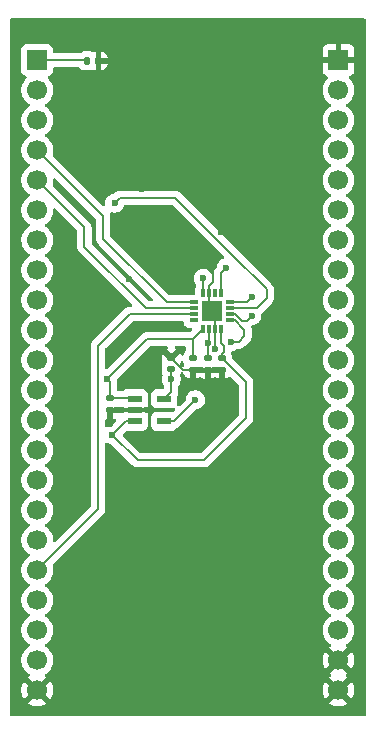
<source format=gbr>
%TF.GenerationSoftware,KiCad,Pcbnew,9.0.2*%
%TF.CreationDate,2025-07-02T00:41:40+02:00*%
%TF.ProjectId,flex_aufsatz,666c6578-5f61-4756-9673-61747a2e6b69,rev?*%
%TF.SameCoordinates,Original*%
%TF.FileFunction,Copper,L1,Top*%
%TF.FilePolarity,Positive*%
%FSLAX46Y46*%
G04 Gerber Fmt 4.6, Leading zero omitted, Abs format (unit mm)*
G04 Created by KiCad (PCBNEW 9.0.2) date 2025-07-02 00:41:40*
%MOMM*%
%LPD*%
G01*
G04 APERTURE LIST*
G04 Aperture macros list*
%AMRoundRect*
0 Rectangle with rounded corners*
0 $1 Rounding radius*
0 $2 $3 $4 $5 $6 $7 $8 $9 X,Y pos of 4 corners*
0 Add a 4 corners polygon primitive as box body*
4,1,4,$2,$3,$4,$5,$6,$7,$8,$9,$2,$3,0*
0 Add four circle primitives for the rounded corners*
1,1,$1+$1,$2,$3*
1,1,$1+$1,$4,$5*
1,1,$1+$1,$6,$7*
1,1,$1+$1,$8,$9*
0 Add four rect primitives between the rounded corners*
20,1,$1+$1,$2,$3,$4,$5,0*
20,1,$1+$1,$4,$5,$6,$7,0*
20,1,$1+$1,$6,$7,$8,$9,0*
20,1,$1+$1,$8,$9,$2,$3,0*%
G04 Aperture macros list end*
%TA.AperFunction,ComponentPad*%
%ADD10R,1.700000X1.700000*%
%TD*%
%TA.AperFunction,ComponentPad*%
%ADD11C,1.700000*%
%TD*%
%TA.AperFunction,SMDPad,CuDef*%
%ADD12R,1.250000X0.600000*%
%TD*%
%TA.AperFunction,SMDPad,CuDef*%
%ADD13RoundRect,0.140000X-0.170000X0.140000X-0.170000X-0.140000X0.170000X-0.140000X0.170000X0.140000X0*%
%TD*%
%TA.AperFunction,SMDPad,CuDef*%
%ADD14R,0.800000X0.300000*%
%TD*%
%TA.AperFunction,SMDPad,CuDef*%
%ADD15R,0.300000X0.800000*%
%TD*%
%TA.AperFunction,SMDPad,CuDef*%
%ADD16R,1.750000X1.750000*%
%TD*%
%TA.AperFunction,SMDPad,CuDef*%
%ADD17RoundRect,0.140000X0.170000X-0.140000X0.170000X0.140000X-0.170000X0.140000X-0.170000X-0.140000X0*%
%TD*%
%TA.AperFunction,SMDPad,CuDef*%
%ADD18RoundRect,0.140000X-0.140000X-0.170000X0.140000X-0.170000X0.140000X0.170000X-0.140000X0.170000X0*%
%TD*%
%TA.AperFunction,ViaPad*%
%ADD19C,0.600000*%
%TD*%
%TA.AperFunction,Conductor*%
%ADD20C,0.200000*%
%TD*%
G04 APERTURE END LIST*
D10*
%TO.P,J1,1,Pin_1*%
%TO.N,+3.3V*%
X94390000Y-97950000D03*
D11*
%TO.P,J1,2,Pin_2*%
X94390000Y-100490000D03*
%TO.P,J1,3,Pin_3*%
%TO.N,unconnected-(J1-Pin_3-Pad3)*%
X94390000Y-103030000D03*
%TO.P,J1,4,Pin_4*%
%TO.N,/WS*%
X94390000Y-105570000D03*
%TO.P,J1,5,Pin_5*%
%TO.N,/BCLK*%
X94390000Y-108110000D03*
%TO.P,J1,6,Pin_6*%
%TO.N,unconnected-(J1-Pin_6-Pad6)*%
X94390000Y-110650000D03*
%TO.P,J1,7,Pin_7*%
%TO.N,unconnected-(J1-Pin_7-Pad7)*%
X94390000Y-113190000D03*
%TO.P,J1,8,Pin_8*%
%TO.N,unconnected-(J1-Pin_8-Pad8)*%
X94390000Y-115730000D03*
%TO.P,J1,9,Pin_9*%
%TO.N,unconnected-(J1-Pin_9-Pad9)*%
X94390000Y-118270000D03*
%TO.P,J1,10,Pin_10*%
%TO.N,unconnected-(J1-Pin_10-Pad10)*%
X94390000Y-120810000D03*
%TO.P,J1,11,Pin_11*%
%TO.N,unconnected-(J1-Pin_11-Pad11)*%
X94390000Y-123350000D03*
%TO.P,J1,12,Pin_12*%
%TO.N,unconnected-(J1-Pin_12-Pad12)*%
X94390000Y-125890000D03*
%TO.P,J1,13,Pin_13*%
%TO.N,unconnected-(J1-Pin_13-Pad13)*%
X94390000Y-128430000D03*
%TO.P,J1,14,Pin_14*%
%TO.N,unconnected-(J1-Pin_14-Pad14)*%
X94390000Y-130970000D03*
%TO.P,J1,15,Pin_15*%
%TO.N,unconnected-(J1-Pin_15-Pad15)*%
X94390000Y-133510000D03*
%TO.P,J1,16,Pin_16*%
%TO.N,unconnected-(J1-Pin_16-Pad16)*%
X94390000Y-136050000D03*
%TO.P,J1,17,Pin_17*%
%TO.N,unconnected-(J1-Pin_17-Pad17)*%
X94390000Y-138590000D03*
%TO.P,J1,18,Pin_18*%
%TO.N,/TDM_DATA*%
X94390000Y-141130000D03*
%TO.P,J1,19,Pin_19*%
%TO.N,unconnected-(J1-Pin_19-Pad19)*%
X94390000Y-143670000D03*
%TO.P,J1,20,Pin_20*%
%TO.N,unconnected-(J1-Pin_20-Pad20)*%
X94390000Y-146210000D03*
%TO.P,J1,21,Pin_21*%
%TO.N,unconnected-(J1-Pin_21-Pad21)*%
X94390000Y-148750000D03*
%TO.P,J1,22,Pin_22*%
%TO.N,GND*%
X94390000Y-151290000D03*
%TD*%
D12*
%TO.P,IC1,1,VIN*%
%TO.N,+3.3V*%
X102640000Y-126610000D03*
%TO.P,IC1,2,GND*%
%TO.N,GND*%
X102640000Y-127560000D03*
%TO.P,IC1,3,EN*%
%TO.N,+3.3V*%
X102640000Y-128510000D03*
%TO.P,IC1,4,SENSE/ADJ*%
%TO.N,+1V8*%
X105140000Y-128510000D03*
%TO.P,IC1,5,VOUT*%
X105140000Y-126610000D03*
%TD*%
D13*
%TO.P,C2,1*%
%TO.N,+3.3V*%
X107565000Y-123185000D03*
%TO.P,C2,2*%
%TO.N,GND*%
X107565000Y-124145000D03*
%TD*%
%TO.P,C1,1*%
%TO.N,+3.3V*%
X110040000Y-123185000D03*
%TO.P,C1,2*%
%TO.N,GND*%
X110040000Y-124145000D03*
%TD*%
%TO.P,C6,1*%
%TO.N,GND*%
X105750000Y-123160000D03*
%TO.P,C6,2*%
%TO.N,+1V8*%
X105750000Y-124120000D03*
%TD*%
D14*
%TO.P,U1,1,PDM_CLK0*%
%TO.N,/MIC_CLK0*%
X110690000Y-119940000D03*
%TO.P,U1,2,PDM_DAT0*%
%TO.N,/MIC_DOUT_0*%
X110690000Y-119440000D03*
%TO.P,U1,3,PDM_DAT1*%
%TO.N,/MIC_DOUT_1*%
X110690000Y-118940000D03*
%TO.P,U1,4,PDM_CLK1*%
%TO.N,/MIC_CLK1*%
X110690000Y-118440000D03*
D15*
%TO.P,U1,5,PDM_DAT2*%
%TO.N,/MIC_DOUT_2*%
X109940000Y-117690000D03*
%TO.P,U1,6,PDM_DAT3*%
%TO.N,unconnected-(U1-PDM_DAT3-Pad6)*%
X109440000Y-117690000D03*
%TO.P,U1,7,SCL*%
%TO.N,GND*%
X108940000Y-117690000D03*
%TO.P,U1,8,SDA*%
%TO.N,+3.3V*%
X108440000Y-117690000D03*
D14*
%TO.P,U1,9,FSYNC*%
%TO.N,/WS*%
X107690000Y-118440000D03*
%TO.P,U1,10,BCLK*%
%TO.N,/BCLK*%
X107690000Y-118940000D03*
%TO.P,U1,11,SDATA*%
%TO.N,/TDM_DATA*%
X107690000Y-119440000D03*
%TO.P,U1,12,ADDR/CONFIG*%
%TO.N,unconnected-(U1-ADDR{slash}CONFIG-Pad12)*%
X107690000Y-119940000D03*
D15*
%TO.P,U1,13,EN*%
%TO.N,+3.3V*%
X108440000Y-120690000D03*
%TO.P,U1,14,DVDD*%
%TO.N,+1V8*%
X108940000Y-120690000D03*
%TO.P,U1,15,GND*%
%TO.N,GND*%
X109440000Y-120690000D03*
%TO.P,U1,16,IOVDD*%
%TO.N,+3.3V*%
X109940000Y-120690000D03*
D16*
%TO.P,U1,17,EPAD*%
%TO.N,GND*%
X109190000Y-119190000D03*
%TD*%
D10*
%TO.P,J2,1,Pin_1*%
%TO.N,GND*%
X119900000Y-97950000D03*
D11*
%TO.P,J2,2,Pin_2*%
%TO.N,unconnected-(J2-Pin_2-Pad2)*%
X119900000Y-100490000D03*
%TO.P,J2,3,Pin_3*%
%TO.N,unconnected-(J2-Pin_3-Pad3)*%
X119900000Y-103030000D03*
%TO.P,J2,4,Pin_4*%
%TO.N,unconnected-(J2-Pin_4-Pad4)*%
X119900000Y-105570000D03*
%TO.P,J2,5,Pin_5*%
%TO.N,unconnected-(J2-Pin_5-Pad5)*%
X119900000Y-108110000D03*
%TO.P,J2,6,Pin_6*%
%TO.N,unconnected-(J2-Pin_6-Pad6)*%
X119900000Y-110650000D03*
%TO.P,J2,7,Pin_7*%
%TO.N,unconnected-(J2-Pin_7-Pad7)*%
X119900000Y-113190000D03*
%TO.P,J2,8,Pin_8*%
%TO.N,unconnected-(J2-Pin_8-Pad8)*%
X119900000Y-115730000D03*
%TO.P,J2,9,Pin_9*%
%TO.N,unconnected-(J2-Pin_9-Pad9)*%
X119900000Y-118270000D03*
%TO.P,J2,10,Pin_10*%
%TO.N,unconnected-(J2-Pin_10-Pad10)*%
X119900000Y-120810000D03*
%TO.P,J2,11,Pin_11*%
%TO.N,unconnected-(J2-Pin_11-Pad11)*%
X119900000Y-123350000D03*
%TO.P,J2,12,Pin_12*%
%TO.N,unconnected-(J2-Pin_12-Pad12)*%
X119900000Y-125890000D03*
%TO.P,J2,13,Pin_13*%
%TO.N,unconnected-(J2-Pin_13-Pad13)*%
X119900000Y-128430000D03*
%TO.P,J2,14,Pin_14*%
%TO.N,unconnected-(J2-Pin_14-Pad14)*%
X119900000Y-130970000D03*
%TO.P,J2,15,Pin_15*%
%TO.N,unconnected-(J2-Pin_15-Pad15)*%
X119900000Y-133510000D03*
%TO.P,J2,16,Pin_16*%
%TO.N,unconnected-(J2-Pin_16-Pad16)*%
X119900000Y-136050000D03*
%TO.P,J2,17,Pin_17*%
%TO.N,unconnected-(J2-Pin_17-Pad17)*%
X119900000Y-138590000D03*
%TO.P,J2,18,Pin_18*%
%TO.N,unconnected-(J2-Pin_18-Pad18)*%
X119900000Y-141130000D03*
%TO.P,J2,19,Pin_19*%
%TO.N,unconnected-(J2-Pin_19-Pad19)*%
X119900000Y-143670000D03*
%TO.P,J2,20,Pin_20*%
%TO.N,unconnected-(J2-Pin_20-Pad20)*%
X119900000Y-146210000D03*
%TO.P,J2,21,Pin_21*%
%TO.N,GND*%
X119900000Y-148750000D03*
%TO.P,J2,22,Pin_22*%
X119900000Y-151290000D03*
%TD*%
D13*
%TO.P,C3,1*%
%TO.N,+3.3V*%
X100550000Y-126590000D03*
%TO.P,C3,2*%
%TO.N,GND*%
X100550000Y-127550000D03*
%TD*%
D17*
%TO.P,C5,1*%
%TO.N,GND*%
X108815000Y-124165000D03*
%TO.P,C5,2*%
%TO.N,+1V8*%
X108815000Y-123205000D03*
%TD*%
D18*
%TO.P,C4,1*%
%TO.N,+3.3V*%
X98620000Y-98000000D03*
%TO.P,C4,2*%
%TO.N,GND*%
X99580000Y-98000000D03*
%TD*%
D19*
%TO.N,+3.3V*%
X100330000Y-124930000D03*
X108440000Y-116400000D03*
X100750000Y-129660000D03*
%TO.N,GND*%
X103290000Y-108840000D03*
X109440000Y-122400000D03*
X102500000Y-121200000D03*
X109970000Y-112460000D03*
X105700000Y-115000000D03*
X97060000Y-106140000D03*
X111470000Y-109410000D03*
X103800000Y-124400000D03*
X102200000Y-116500000D03*
X109310000Y-114710000D03*
X100300000Y-119000000D03*
X100560000Y-128750000D03*
X109440000Y-126620000D03*
%TO.N,+1V8*%
X105750000Y-124950000D03*
X108815000Y-121880000D03*
X107790000Y-126700000D03*
%TO.N,/MIC_DOUT_1*%
X100940000Y-110065000D03*
%TO.N,/MIC_CLK0*%
X110790000Y-121790000D03*
%TO.N,/MIC_DOUT_0*%
X112540000Y-119590000D03*
%TO.N,/MIC_CLK1*%
X112540000Y-118015000D03*
%TO.N,/MIC_DOUT_2*%
X110415000Y-115515000D03*
%TD*%
D20*
%TO.N,+3.3V*%
X110040000Y-122810000D02*
X110040000Y-123185000D01*
X107565000Y-121565000D02*
X108440000Y-120690000D01*
X102640000Y-128510000D02*
X101900000Y-128510000D01*
X101900000Y-128510000D02*
X100750000Y-129660000D01*
X109940000Y-121920000D02*
X110200000Y-122180000D01*
X108500000Y-131830000D02*
X102920000Y-131830000D01*
X94390000Y-97950000D02*
X98570000Y-97950000D01*
X100550000Y-126590000D02*
X102620000Y-126590000D01*
X107565000Y-123185000D02*
X107565000Y-121565000D01*
X110200000Y-122180000D02*
X110200000Y-122650000D01*
X103695000Y-121565000D02*
X100330000Y-124930000D01*
X107565000Y-121565000D02*
X103695000Y-121565000D01*
X109940000Y-120690000D02*
X109940000Y-121920000D01*
X102620000Y-126590000D02*
X102640000Y-126610000D01*
X112070000Y-125215000D02*
X112070000Y-128260000D01*
X100330000Y-124930000D02*
X100550000Y-125150000D01*
X112070000Y-128260000D02*
X108500000Y-131830000D01*
X102920000Y-131830000D02*
X100750000Y-129660000D01*
X110040000Y-123185000D02*
X112070000Y-125215000D01*
X98570000Y-97950000D02*
X98620000Y-98000000D01*
X100550000Y-126590000D02*
X100550000Y-125150000D01*
X110200000Y-122650000D02*
X110040000Y-122810000D01*
X108440000Y-116400000D02*
X108440000Y-117690000D01*
%TO.N,GND*%
X109970000Y-112460000D02*
X111550000Y-110880000D01*
X111802500Y-102277500D02*
X111440000Y-102640000D01*
X102630000Y-127550000D02*
X102640000Y-127560000D01*
X109440000Y-126620000D02*
X107565000Y-124745000D01*
X119900000Y-97950000D02*
X116400000Y-97950000D01*
X116130000Y-97950000D02*
X113040000Y-101040000D01*
X108940000Y-117690000D02*
X108940000Y-118940000D01*
X108815000Y-124165000D02*
X108815000Y-125995000D01*
X99580000Y-98000000D02*
X116350000Y-98000000D01*
X103290000Y-108840000D02*
X103290000Y-106890000D01*
X104540000Y-105640000D02*
X107590000Y-105640000D01*
X110040000Y-124145000D02*
X110040000Y-126020000D01*
X111440000Y-109380000D02*
X111470000Y-109410000D01*
X103290000Y-106890000D02*
X104540000Y-105640000D01*
X108940000Y-118940000D02*
X109190000Y-119190000D01*
X97060000Y-105890000D02*
X98260000Y-104690000D01*
X108940000Y-117690000D02*
X108940000Y-117060000D01*
X106735000Y-124145000D02*
X105750000Y-123160000D01*
X109310000Y-116690000D02*
X109310000Y-114710000D01*
X107565000Y-124745000D02*
X107565000Y-124145000D01*
X109440000Y-122160000D02*
X109440000Y-122400000D01*
X108815000Y-125995000D02*
X109440000Y-126620000D01*
X116350000Y-98000000D02*
X116400000Y-97950000D01*
X109440000Y-120690000D02*
X109440000Y-122160000D01*
X98260000Y-104690000D02*
X101090000Y-104690000D01*
X109190000Y-116810000D02*
X109310000Y-116690000D01*
X111440000Y-102640000D02*
X111440000Y-109380000D01*
X100550000Y-127550000D02*
X102630000Y-127550000D01*
X107590000Y-105640000D02*
X109840000Y-103390000D01*
X116400000Y-97950000D02*
X116130000Y-97950000D01*
X111550000Y-110880000D02*
X111550000Y-109490000D01*
X109440000Y-120690000D02*
X109440000Y-119440000D01*
X108940000Y-117060000D02*
X109190000Y-116810000D01*
X110040000Y-126020000D02*
X109440000Y-126620000D01*
X100550000Y-127550000D02*
X100550000Y-128640000D01*
X111550000Y-109490000D02*
X111470000Y-109410000D01*
X109840000Y-103390000D02*
X110690000Y-103390000D01*
X97060000Y-106140000D02*
X97060000Y-105890000D01*
X107565000Y-124145000D02*
X106735000Y-124145000D01*
X109440000Y-119440000D02*
X109190000Y-119190000D01*
X101090000Y-104690000D02*
X103290000Y-106890000D01*
X111802500Y-102277500D02*
X113040000Y-101040000D01*
X110690000Y-103390000D02*
X111802500Y-102277500D01*
%TO.N,+1V8*%
X105750000Y-126000000D02*
X105140000Y-126610000D01*
X108815000Y-123205000D02*
X108815000Y-121880000D01*
X105140000Y-128510000D02*
X105980000Y-128510000D01*
X105980000Y-128510000D02*
X107790000Y-126700000D01*
X105750000Y-124950000D02*
X105750000Y-124120000D01*
X108940000Y-121755000D02*
X108940000Y-120690000D01*
X105140000Y-128510000D02*
X105240000Y-128510000D01*
X108815000Y-121880000D02*
X108940000Y-121755000D01*
X105750000Y-124950000D02*
X105750000Y-126000000D01*
X108815000Y-121880000D02*
X108815000Y-121825000D01*
%TO.N,/WS*%
X99990000Y-113090000D02*
X105340000Y-118440000D01*
X105340000Y-118440000D02*
X107690000Y-118440000D01*
X99990000Y-111170000D02*
X99990000Y-113090000D01*
X94390000Y-105570000D02*
X99990000Y-111170000D01*
%TO.N,/TDM_DATA*%
X99540000Y-135980000D02*
X94390000Y-141130000D01*
X107690000Y-119440000D02*
X102215000Y-119440000D01*
X102215000Y-119440000D02*
X99540000Y-122115000D01*
X99540000Y-122115000D02*
X99540000Y-135980000D01*
%TO.N,/BCLK*%
X98390000Y-112110000D02*
X94390000Y-108110000D01*
X98390000Y-113765000D02*
X98390000Y-112110000D01*
X107690000Y-118940000D02*
X103565000Y-118940000D01*
X103565000Y-118940000D02*
X98390000Y-113765000D01*
%TO.N,/MIC_DOUT_1*%
X113815000Y-118115000D02*
X113815000Y-117340000D01*
X113815000Y-117340000D02*
X110715000Y-114240000D01*
X102290000Y-109590000D02*
X101415000Y-109590000D01*
X106065000Y-109590000D02*
X102290000Y-109590000D01*
X101415000Y-109590000D02*
X100940000Y-110065000D01*
X110715000Y-114240000D02*
X106065000Y-109590000D01*
X112990000Y-118940000D02*
X113815000Y-118115000D01*
X110690000Y-118940000D02*
X112990000Y-118940000D01*
%TO.N,/MIC_CLK0*%
X111115000Y-119940000D02*
X110690000Y-119940000D01*
X111940000Y-121340000D02*
X111940000Y-120765000D01*
X111940000Y-120765000D02*
X111115000Y-119940000D01*
X111490000Y-121790000D02*
X111940000Y-121340000D01*
X110790000Y-121790000D02*
X111490000Y-121790000D01*
%TO.N,/MIC_DOUT_0*%
X112115000Y-120015000D02*
X111740000Y-120015000D01*
X111740000Y-120015000D02*
X111165000Y-119440000D01*
X111165000Y-119440000D02*
X110690000Y-119440000D01*
X112540000Y-119590000D02*
X112115000Y-120015000D01*
%TO.N,/MIC_CLK1*%
X112540000Y-118015000D02*
X112115000Y-118440000D01*
X111340000Y-118440000D02*
X110690000Y-118440000D01*
X112115000Y-118440000D02*
X111340000Y-118440000D01*
%TO.N,/MIC_DOUT_2*%
X109940000Y-115990000D02*
X109940000Y-117690000D01*
X110415000Y-115515000D02*
X109940000Y-115990000D01*
%TD*%
%TA.AperFunction,Conductor*%
%TO.N,GND*%
G36*
X95945703Y-110515384D02*
G01*
X95952181Y-110521416D01*
X97753181Y-112322416D01*
X97786666Y-112383739D01*
X97789500Y-112410097D01*
X97789500Y-113678330D01*
X97789499Y-113678348D01*
X97789499Y-113844054D01*
X97789498Y-113844054D01*
X97830423Y-113996785D01*
X97859358Y-114046900D01*
X97859359Y-114046904D01*
X97859360Y-114046904D01*
X97909479Y-114133714D01*
X97909481Y-114133717D01*
X98028349Y-114252585D01*
X98028355Y-114252590D01*
X102403584Y-118627819D01*
X102437069Y-118689142D01*
X102432085Y-118758834D01*
X102390213Y-118814767D01*
X102324749Y-118839184D01*
X102315903Y-118839500D01*
X102135942Y-118839500D01*
X101983214Y-118880423D01*
X101959521Y-118894102D01*
X101935828Y-118907782D01*
X101935827Y-118907782D01*
X101846290Y-118959475D01*
X101846282Y-118959481D01*
X99173675Y-121632088D01*
X99173666Y-121632097D01*
X99171286Y-121634478D01*
X99171284Y-121634480D01*
X99059480Y-121746284D01*
X99044604Y-121772051D01*
X99038153Y-121783222D01*
X99038152Y-121783225D01*
X99010724Y-121830732D01*
X98980423Y-121883215D01*
X98939499Y-122035943D01*
X98939499Y-122035945D01*
X98939499Y-122204046D01*
X98939500Y-122204059D01*
X98939500Y-135679902D01*
X98919815Y-135746941D01*
X98903181Y-135767583D01*
X95952181Y-138718583D01*
X95890858Y-138752068D01*
X95821166Y-138747084D01*
X95765233Y-138705212D01*
X95740816Y-138639748D01*
X95740500Y-138630902D01*
X95740500Y-138483713D01*
X95707246Y-138273760D01*
X95707246Y-138273757D01*
X95641557Y-138071588D01*
X95545051Y-137882184D01*
X95545049Y-137882181D01*
X95545048Y-137882179D01*
X95420109Y-137710213D01*
X95269786Y-137559890D01*
X95097820Y-137434951D01*
X95097115Y-137434591D01*
X95089054Y-137430485D01*
X95038259Y-137382512D01*
X95021463Y-137314692D01*
X95043999Y-137248556D01*
X95089054Y-137209515D01*
X95097816Y-137205051D01*
X95119789Y-137189086D01*
X95269786Y-137080109D01*
X95269788Y-137080106D01*
X95269792Y-137080104D01*
X95420104Y-136929792D01*
X95420106Y-136929788D01*
X95420109Y-136929786D01*
X95545048Y-136757820D01*
X95545047Y-136757820D01*
X95545051Y-136757816D01*
X95641557Y-136568412D01*
X95707246Y-136366243D01*
X95740500Y-136156287D01*
X95740500Y-135943713D01*
X95707246Y-135733757D01*
X95641557Y-135531588D01*
X95545051Y-135342184D01*
X95545049Y-135342181D01*
X95545048Y-135342179D01*
X95420109Y-135170213D01*
X95269786Y-135019890D01*
X95097820Y-134894951D01*
X95097115Y-134894591D01*
X95089054Y-134890485D01*
X95038259Y-134842512D01*
X95021463Y-134774692D01*
X95043999Y-134708556D01*
X95089054Y-134669515D01*
X95097816Y-134665051D01*
X95119789Y-134649086D01*
X95269786Y-134540109D01*
X95269788Y-134540106D01*
X95269792Y-134540104D01*
X95420104Y-134389792D01*
X95420106Y-134389788D01*
X95420109Y-134389786D01*
X95545048Y-134217820D01*
X95545047Y-134217820D01*
X95545051Y-134217816D01*
X95641557Y-134028412D01*
X95707246Y-133826243D01*
X95740500Y-133616287D01*
X95740500Y-133403713D01*
X95707246Y-133193757D01*
X95641557Y-132991588D01*
X95545051Y-132802184D01*
X95545049Y-132802181D01*
X95545048Y-132802179D01*
X95420109Y-132630213D01*
X95269786Y-132479890D01*
X95097820Y-132354951D01*
X95097115Y-132354591D01*
X95089054Y-132350485D01*
X95038259Y-132302512D01*
X95021463Y-132234692D01*
X95043999Y-132168556D01*
X95089054Y-132129515D01*
X95097816Y-132125051D01*
X95119789Y-132109086D01*
X95269786Y-132000109D01*
X95269788Y-132000106D01*
X95269792Y-132000104D01*
X95420104Y-131849792D01*
X95420106Y-131849788D01*
X95420109Y-131849786D01*
X95545048Y-131677820D01*
X95545047Y-131677820D01*
X95545051Y-131677816D01*
X95641557Y-131488412D01*
X95707246Y-131286243D01*
X95740500Y-131076287D01*
X95740500Y-130863713D01*
X95707246Y-130653757D01*
X95641557Y-130451588D01*
X95545051Y-130262184D01*
X95545049Y-130262181D01*
X95545048Y-130262179D01*
X95420109Y-130090213D01*
X95269786Y-129939890D01*
X95097820Y-129814951D01*
X95097115Y-129814591D01*
X95089054Y-129810485D01*
X95038259Y-129762512D01*
X95021463Y-129694692D01*
X95043999Y-129628556D01*
X95089054Y-129589515D01*
X95097816Y-129585051D01*
X95119789Y-129569086D01*
X95269786Y-129460109D01*
X95269788Y-129460106D01*
X95269792Y-129460104D01*
X95420104Y-129309792D01*
X95420106Y-129309788D01*
X95420109Y-129309786D01*
X95545048Y-129137820D01*
X95545047Y-129137820D01*
X95545051Y-129137816D01*
X95641557Y-128948412D01*
X95707246Y-128746243D01*
X95740500Y-128536287D01*
X95740500Y-128323713D01*
X95707246Y-128113757D01*
X95641557Y-127911588D01*
X95545051Y-127722184D01*
X95545049Y-127722181D01*
X95545048Y-127722179D01*
X95420109Y-127550213D01*
X95269786Y-127399890D01*
X95097820Y-127274951D01*
X95097115Y-127274591D01*
X95089054Y-127270485D01*
X95038259Y-127222512D01*
X95021463Y-127154692D01*
X95043999Y-127088556D01*
X95089054Y-127049515D01*
X95097816Y-127045051D01*
X95135760Y-127017483D01*
X95269786Y-126920109D01*
X95269788Y-126920106D01*
X95269792Y-126920104D01*
X95420104Y-126769792D01*
X95420106Y-126769788D01*
X95420109Y-126769786D01*
X95545048Y-126597820D01*
X95545047Y-126597820D01*
X95545051Y-126597816D01*
X95641557Y-126408412D01*
X95707246Y-126206243D01*
X95740500Y-125996287D01*
X95740500Y-125783713D01*
X95707246Y-125573757D01*
X95641557Y-125371588D01*
X95545051Y-125182184D01*
X95545049Y-125182181D01*
X95545048Y-125182179D01*
X95420109Y-125010213D01*
X95269786Y-124859890D01*
X95097820Y-124734951D01*
X95097115Y-124734591D01*
X95089054Y-124730485D01*
X95038259Y-124682512D01*
X95021463Y-124614692D01*
X95043999Y-124548556D01*
X95089054Y-124509515D01*
X95097816Y-124505051D01*
X95201193Y-124429944D01*
X95269786Y-124380109D01*
X95269788Y-124380106D01*
X95269792Y-124380104D01*
X95420104Y-124229792D01*
X95420106Y-124229788D01*
X95420109Y-124229786D01*
X95545048Y-124057820D01*
X95545047Y-124057820D01*
X95545051Y-124057816D01*
X95641557Y-123868412D01*
X95707246Y-123666243D01*
X95740500Y-123456287D01*
X95740500Y-123243713D01*
X95707246Y-123033757D01*
X95641557Y-122831588D01*
X95545051Y-122642184D01*
X95545049Y-122642181D01*
X95545048Y-122642179D01*
X95420109Y-122470213D01*
X95269786Y-122319890D01*
X95097820Y-122194951D01*
X95096065Y-122194057D01*
X95089054Y-122190485D01*
X95038259Y-122142512D01*
X95021463Y-122074692D01*
X95043999Y-122008556D01*
X95089054Y-121969515D01*
X95097816Y-121965051D01*
X95119789Y-121949086D01*
X95269786Y-121840109D01*
X95269788Y-121840106D01*
X95269792Y-121840104D01*
X95420104Y-121689792D01*
X95420106Y-121689788D01*
X95420109Y-121689786D01*
X95545048Y-121517820D01*
X95545047Y-121517820D01*
X95545051Y-121517816D01*
X95641557Y-121328412D01*
X95707246Y-121126243D01*
X95740500Y-120916287D01*
X95740500Y-120703713D01*
X95707246Y-120493757D01*
X95641557Y-120291588D01*
X95545051Y-120102184D01*
X95545049Y-120102181D01*
X95545048Y-120102179D01*
X95420109Y-119930213D01*
X95269786Y-119779890D01*
X95097820Y-119654951D01*
X95097115Y-119654591D01*
X95089054Y-119650485D01*
X95038259Y-119602512D01*
X95021463Y-119534692D01*
X95043999Y-119468556D01*
X95089054Y-119429515D01*
X95097816Y-119425051D01*
X95257943Y-119308713D01*
X95269786Y-119300109D01*
X95269788Y-119300106D01*
X95269792Y-119300104D01*
X95420104Y-119149792D01*
X95420106Y-119149788D01*
X95420109Y-119149786D01*
X95545048Y-118977820D01*
X95545047Y-118977820D01*
X95545051Y-118977816D01*
X95641557Y-118788412D01*
X95707246Y-118586243D01*
X95740500Y-118376287D01*
X95740500Y-118163713D01*
X95707246Y-117953757D01*
X95641557Y-117751588D01*
X95545051Y-117562184D01*
X95545049Y-117562181D01*
X95545048Y-117562179D01*
X95420109Y-117390213D01*
X95269786Y-117239890D01*
X95097820Y-117114951D01*
X95097115Y-117114591D01*
X95089054Y-117110485D01*
X95038259Y-117062512D01*
X95021463Y-116994692D01*
X95043999Y-116928556D01*
X95089054Y-116889515D01*
X95097816Y-116885051D01*
X95133012Y-116859480D01*
X95269786Y-116760109D01*
X95269788Y-116760106D01*
X95269792Y-116760104D01*
X95420104Y-116609792D01*
X95420106Y-116609788D01*
X95420109Y-116609786D01*
X95545048Y-116437820D01*
X95545047Y-116437820D01*
X95545051Y-116437816D01*
X95641557Y-116248412D01*
X95707246Y-116046243D01*
X95740500Y-115836287D01*
X95740500Y-115623713D01*
X95707246Y-115413757D01*
X95641557Y-115211588D01*
X95545051Y-115022184D01*
X95545049Y-115022181D01*
X95545048Y-115022179D01*
X95420109Y-114850213D01*
X95269786Y-114699890D01*
X95097820Y-114574951D01*
X95097115Y-114574591D01*
X95089054Y-114570485D01*
X95038259Y-114522512D01*
X95021463Y-114454692D01*
X95043999Y-114388556D01*
X95089054Y-114349515D01*
X95097816Y-114345051D01*
X95225079Y-114252590D01*
X95269786Y-114220109D01*
X95269788Y-114220106D01*
X95269792Y-114220104D01*
X95420104Y-114069792D01*
X95420106Y-114069788D01*
X95420109Y-114069786D01*
X95545048Y-113897820D01*
X95545047Y-113897820D01*
X95545051Y-113897816D01*
X95641557Y-113708412D01*
X95707246Y-113506243D01*
X95740500Y-113296287D01*
X95740500Y-113083713D01*
X95707246Y-112873757D01*
X95641557Y-112671588D01*
X95545051Y-112482184D01*
X95545049Y-112482181D01*
X95545048Y-112482179D01*
X95420109Y-112310213D01*
X95269786Y-112159890D01*
X95097820Y-112034951D01*
X95097115Y-112034591D01*
X95089054Y-112030485D01*
X95038259Y-111982512D01*
X95021463Y-111914692D01*
X95043999Y-111848556D01*
X95089054Y-111809515D01*
X95097816Y-111805051D01*
X95185583Y-111741285D01*
X95269786Y-111680109D01*
X95269788Y-111680106D01*
X95269792Y-111680104D01*
X95420104Y-111529792D01*
X95420106Y-111529788D01*
X95420109Y-111529786D01*
X95545048Y-111357820D01*
X95545047Y-111357820D01*
X95545051Y-111357816D01*
X95641557Y-111168412D01*
X95707246Y-110966243D01*
X95740500Y-110756287D01*
X95740500Y-110609097D01*
X95760185Y-110542058D01*
X95812989Y-110496303D01*
X95882147Y-110486359D01*
X95945703Y-110515384D01*
G37*
%TD.AperFunction*%
%TA.AperFunction,Conductor*%
G36*
X105373228Y-122170571D02*
G01*
X105391232Y-122170623D01*
X105406058Y-122180211D01*
X105422996Y-122185185D01*
X105434783Y-122198788D01*
X105449902Y-122208566D01*
X105457190Y-122224647D01*
X105468751Y-122237989D01*
X105471312Y-122255806D01*
X105478745Y-122272204D01*
X105476182Y-122289671D01*
X105478695Y-122307147D01*
X105471215Y-122323523D01*
X105468603Y-122341334D01*
X105457004Y-122354642D01*
X105449670Y-122370703D01*
X105434525Y-122380435D01*
X105422698Y-122394007D01*
X105391179Y-122408291D01*
X105390892Y-122408477D01*
X105390551Y-122408577D01*
X105360777Y-122417226D01*
X105750000Y-122806448D01*
X105750001Y-122806448D01*
X106139221Y-122417226D01*
X106109449Y-122408577D01*
X106050563Y-122370970D01*
X106021356Y-122307498D01*
X106031102Y-122238311D01*
X106076705Y-122185377D01*
X106143688Y-122165501D01*
X106144043Y-122165500D01*
X106840500Y-122165500D01*
X106907539Y-122185185D01*
X106953294Y-122237989D01*
X106964500Y-122289500D01*
X106964500Y-122518333D01*
X106944815Y-122585372D01*
X106928181Y-122606014D01*
X106884887Y-122649307D01*
X106884881Y-122649315D01*
X106802505Y-122788606D01*
X106802504Y-122788607D01*
X106779947Y-122866250D01*
X106742340Y-122925135D01*
X106678868Y-122954341D01*
X106609681Y-122944595D01*
X106556747Y-122898990D01*
X106541794Y-122866248D01*
X106512032Y-122763806D01*
X106507465Y-122756084D01*
X105960371Y-123303181D01*
X105899048Y-123336666D01*
X105872690Y-123339500D01*
X105516311Y-123339500D01*
X105449272Y-123319815D01*
X105403517Y-123267011D01*
X105393573Y-123197853D01*
X105396448Y-123191557D01*
X105396448Y-123160000D01*
X104992533Y-122756085D01*
X104992532Y-122756085D01*
X104987968Y-122763804D01*
X104987967Y-122763807D01*
X104942856Y-122919079D01*
X104942854Y-122919092D01*
X104940000Y-122955355D01*
X104940000Y-123364625D01*
X104940001Y-123364647D01*
X104942854Y-123400910D01*
X104987968Y-123556195D01*
X104999911Y-123576389D01*
X105017092Y-123644113D01*
X104999911Y-123702628D01*
X104987506Y-123723604D01*
X104987504Y-123723609D01*
X104942357Y-123879002D01*
X104942356Y-123879008D01*
X104939500Y-123915302D01*
X104939500Y-124324697D01*
X104942356Y-124360991D01*
X104942357Y-124360997D01*
X104987504Y-124516390D01*
X104987506Y-124516396D01*
X105000452Y-124538286D01*
X105017635Y-124606010D01*
X105008282Y-124648857D01*
X104980264Y-124716502D01*
X104980262Y-124716506D01*
X104980260Y-124716511D01*
X104949500Y-124871153D01*
X104949500Y-125028846D01*
X104980261Y-125183489D01*
X104980264Y-125183501D01*
X105040602Y-125329172D01*
X105040609Y-125329185D01*
X105128602Y-125460874D01*
X105134252Y-125478920D01*
X105144477Y-125494830D01*
X105148928Y-125525789D01*
X105149480Y-125527551D01*
X105149500Y-125529765D01*
X105149500Y-125685500D01*
X105129815Y-125752539D01*
X105077011Y-125798294D01*
X105025500Y-125809500D01*
X104467129Y-125809500D01*
X104467123Y-125809501D01*
X104407516Y-125815908D01*
X104272671Y-125866202D01*
X104272664Y-125866206D01*
X104157455Y-125952452D01*
X104157452Y-125952455D01*
X104071206Y-126067664D01*
X104071202Y-126067671D01*
X104025685Y-126189711D01*
X104020909Y-126202517D01*
X104014500Y-126262127D01*
X104014500Y-126262135D01*
X104014500Y-126262136D01*
X104014500Y-126957870D01*
X104014501Y-126957876D01*
X104020908Y-127017483D01*
X104071202Y-127152328D01*
X104071206Y-127152335D01*
X104157452Y-127267544D01*
X104157455Y-127267547D01*
X104272664Y-127353793D01*
X104272671Y-127353797D01*
X104407517Y-127404091D01*
X104407516Y-127404091D01*
X104414444Y-127404835D01*
X104467127Y-127410500D01*
X105812872Y-127410499D01*
X105872483Y-127404091D01*
X105919231Y-127386654D01*
X105928261Y-127386009D01*
X105936206Y-127381671D01*
X105962564Y-127383555D01*
X105988922Y-127381671D01*
X105996866Y-127386009D01*
X106005898Y-127386655D01*
X106027054Y-127402493D01*
X106050245Y-127415156D01*
X106054583Y-127423101D01*
X106061831Y-127428527D01*
X106071065Y-127453286D01*
X106083730Y-127476479D01*
X106083084Y-127485508D01*
X106086248Y-127493991D01*
X106080631Y-127519811D01*
X106078746Y-127546170D01*
X106072927Y-127555223D01*
X106071396Y-127562264D01*
X106050245Y-127590518D01*
X105961720Y-127679043D01*
X105900397Y-127712528D01*
X105860784Y-127714651D01*
X105812883Y-127709501D01*
X105812881Y-127709500D01*
X105812873Y-127709500D01*
X105812864Y-127709500D01*
X104467129Y-127709500D01*
X104467123Y-127709501D01*
X104407516Y-127715908D01*
X104272671Y-127766202D01*
X104272664Y-127766206D01*
X104157455Y-127852452D01*
X104157452Y-127852455D01*
X104071206Y-127967664D01*
X104071202Y-127967671D01*
X104020910Y-128102513D01*
X104020909Y-128102517D01*
X104014500Y-128162127D01*
X104014500Y-128162134D01*
X104014500Y-128162135D01*
X104014500Y-128857870D01*
X104014501Y-128857876D01*
X104020908Y-128917483D01*
X104071202Y-129052328D01*
X104071206Y-129052335D01*
X104157452Y-129167544D01*
X104157455Y-129167547D01*
X104272664Y-129253793D01*
X104272671Y-129253797D01*
X104407517Y-129304091D01*
X104407516Y-129304091D01*
X104414444Y-129304835D01*
X104467127Y-129310500D01*
X105812872Y-129310499D01*
X105872483Y-129304091D01*
X106007331Y-129253796D01*
X106122546Y-129167546D01*
X106168541Y-129106103D01*
X106175395Y-129100020D01*
X106178063Y-129094846D01*
X106205800Y-129073034D01*
X106205806Y-129073029D01*
X106211785Y-129069577D01*
X106272541Y-129034499D01*
X106348716Y-128990520D01*
X106460520Y-128878716D01*
X106460520Y-128878714D01*
X106470724Y-128868511D01*
X106470727Y-128868506D01*
X107804664Y-127534571D01*
X107865985Y-127501088D01*
X107868152Y-127500637D01*
X107868841Y-127500500D01*
X107868842Y-127500500D01*
X108023497Y-127469737D01*
X108169179Y-127409394D01*
X108300289Y-127321789D01*
X108411789Y-127210289D01*
X108499394Y-127079179D01*
X108559737Y-126933497D01*
X108590500Y-126778842D01*
X108590500Y-126621158D01*
X108590500Y-126621155D01*
X108590499Y-126621153D01*
X108559738Y-126466510D01*
X108559738Y-126466508D01*
X108559737Y-126466503D01*
X108535675Y-126408412D01*
X108499397Y-126320827D01*
X108499390Y-126320814D01*
X108411789Y-126189711D01*
X108411786Y-126189707D01*
X108300292Y-126078213D01*
X108300288Y-126078210D01*
X108169185Y-125990609D01*
X108169172Y-125990602D01*
X108023501Y-125930264D01*
X108023489Y-125930261D01*
X107868845Y-125899500D01*
X107868842Y-125899500D01*
X107711158Y-125899500D01*
X107711155Y-125899500D01*
X107556510Y-125930261D01*
X107556498Y-125930264D01*
X107410827Y-125990602D01*
X107410814Y-125990609D01*
X107279711Y-126078210D01*
X107279707Y-126078213D01*
X107168213Y-126189707D01*
X107168210Y-126189711D01*
X107080609Y-126320814D01*
X107080602Y-126320827D01*
X107020264Y-126466498D01*
X107020261Y-126466508D01*
X106989362Y-126621848D01*
X106956977Y-126683759D01*
X106955426Y-126685337D01*
X106445518Y-127195245D01*
X106384195Y-127228730D01*
X106314503Y-127223746D01*
X106258570Y-127181874D01*
X106234153Y-127116410D01*
X106241654Y-127064232D01*
X106259091Y-127017483D01*
X106265500Y-126957873D01*
X106265499Y-126341354D01*
X106282115Y-126279350D01*
X106292062Y-126262123D01*
X106309575Y-126231788D01*
X106309577Y-126231785D01*
X106350500Y-126079058D01*
X106350500Y-125920943D01*
X106350500Y-125529765D01*
X106370185Y-125462726D01*
X106371398Y-125460874D01*
X106459390Y-125329185D01*
X106459390Y-125329184D01*
X106459394Y-125329179D01*
X106519737Y-125183497D01*
X106550500Y-125028842D01*
X106550500Y-124871158D01*
X106550500Y-124871155D01*
X106550499Y-124871153D01*
X106545552Y-124846282D01*
X106519737Y-124716503D01*
X106491717Y-124648859D01*
X106484249Y-124579391D01*
X106490122Y-124558007D01*
X106493961Y-124547730D01*
X106512494Y-124516395D01*
X106536350Y-124434280D01*
X106537971Y-124429944D01*
X106556248Y-124405556D01*
X106572657Y-124379864D01*
X106577005Y-124377863D01*
X106579875Y-124374034D01*
X106608436Y-124363399D01*
X106636129Y-124350657D01*
X106640868Y-124351324D01*
X106645353Y-124349655D01*
X106675127Y-124356149D01*
X106705316Y-124360402D01*
X106708942Y-124363526D01*
X106713617Y-124364546D01*
X106735152Y-124386106D01*
X106758251Y-124406006D01*
X106760964Y-124411948D01*
X106762994Y-124413980D01*
X106763990Y-124418574D01*
X106773204Y-124438749D01*
X106802966Y-124541189D01*
X106802968Y-124541195D01*
X106885278Y-124680374D01*
X106885285Y-124680383D01*
X106999616Y-124794714D01*
X106999625Y-124794721D01*
X107138804Y-124877031D01*
X107294089Y-124922145D01*
X107315000Y-124923789D01*
X107815000Y-124923789D01*
X107835910Y-124922145D01*
X107991193Y-124877032D01*
X108110871Y-124806254D01*
X108178595Y-124789071D01*
X108244858Y-124811231D01*
X108249520Y-124814659D01*
X108388804Y-124897031D01*
X108544089Y-124942145D01*
X108565000Y-124943789D01*
X108565000Y-124415000D01*
X109065000Y-124415000D01*
X109065000Y-124943789D01*
X109085910Y-124942145D01*
X109241195Y-124897031D01*
X109381288Y-124814181D01*
X109449012Y-124796998D01*
X109507530Y-124814181D01*
X109613804Y-124877031D01*
X109769089Y-124922145D01*
X109790000Y-124923789D01*
X109790000Y-124395000D01*
X109741433Y-124395000D01*
X109709996Y-124412166D01*
X109683638Y-124415000D01*
X109065000Y-124415000D01*
X108565000Y-124415000D01*
X107946362Y-124415000D01*
X107879323Y-124395315D01*
X107878932Y-124395000D01*
X107815000Y-124395000D01*
X107815000Y-124923789D01*
X107315000Y-124923789D01*
X107315000Y-124269000D01*
X107334685Y-124201961D01*
X107387489Y-124156206D01*
X107439000Y-124145000D01*
X107565000Y-124145000D01*
X107565000Y-124089500D01*
X107584685Y-124022461D01*
X107637489Y-123976706D01*
X107689000Y-123965500D01*
X107799682Y-123965500D01*
X107799690Y-123965500D01*
X107835993Y-123962643D01*
X107835995Y-123962642D01*
X107835997Y-123962642D01*
X107991389Y-123917496D01*
X107991389Y-123917495D01*
X107991395Y-123917494D01*
X108000233Y-123912267D01*
X108016132Y-123907917D01*
X108028417Y-123900023D01*
X108063352Y-123895000D01*
X108282830Y-123895000D01*
X108345948Y-123912267D01*
X108388605Y-123937494D01*
X108388608Y-123937494D01*
X108388610Y-123937496D01*
X108544002Y-123982642D01*
X108544005Y-123982642D01*
X108544007Y-123982643D01*
X108580310Y-123985500D01*
X108580318Y-123985500D01*
X109049682Y-123985500D01*
X109049690Y-123985500D01*
X109085993Y-123982643D01*
X109085995Y-123982642D01*
X109085997Y-123982642D01*
X109241389Y-123937496D01*
X109241389Y-123937495D01*
X109241395Y-123937494D01*
X109284051Y-123912267D01*
X109299950Y-123907917D01*
X109312235Y-123900023D01*
X109347170Y-123895000D01*
X109541648Y-123895000D01*
X109604766Y-123912267D01*
X109613605Y-123917494D01*
X109613608Y-123917494D01*
X109613610Y-123917496D01*
X109769002Y-123962642D01*
X109769005Y-123962642D01*
X109769007Y-123962643D01*
X109805310Y-123965500D01*
X109916000Y-123965500D01*
X109983039Y-123985185D01*
X110028794Y-124037989D01*
X110040000Y-124089500D01*
X110040000Y-124145000D01*
X110099403Y-124145000D01*
X110128843Y-124153644D01*
X110158830Y-124160168D01*
X110163845Y-124163922D01*
X110166442Y-124164685D01*
X110187084Y-124181319D01*
X110253681Y-124247916D01*
X110287166Y-124309239D01*
X110290000Y-124335597D01*
X110290000Y-124923789D01*
X110310910Y-124922145D01*
X110466195Y-124877031D01*
X110605374Y-124794721D01*
X110605382Y-124794715D01*
X110615247Y-124784850D01*
X110676569Y-124751363D01*
X110746261Y-124756345D01*
X110790612Y-124784847D01*
X111433181Y-125427416D01*
X111466666Y-125488739D01*
X111469500Y-125515097D01*
X111469500Y-127959903D01*
X111449815Y-128026942D01*
X111433181Y-128047584D01*
X108287584Y-131193181D01*
X108226261Y-131226666D01*
X108199903Y-131229500D01*
X103220097Y-131229500D01*
X103153058Y-131209815D01*
X103132416Y-131193181D01*
X101686916Y-129747681D01*
X101653431Y-129686358D01*
X101658415Y-129616666D01*
X101686916Y-129572319D01*
X101799131Y-129460104D01*
X101912418Y-129346816D01*
X101973739Y-129313333D01*
X102000087Y-129310499D01*
X103312872Y-129310499D01*
X103372483Y-129304091D01*
X103507331Y-129253796D01*
X103622546Y-129167546D01*
X103708796Y-129052331D01*
X103759091Y-128917483D01*
X103765500Y-128857873D01*
X103765499Y-128162128D01*
X103759091Y-128102517D01*
X103749804Y-128077619D01*
X103744820Y-128007928D01*
X103749804Y-127990951D01*
X103758598Y-127967371D01*
X103764999Y-127907844D01*
X103765000Y-127907827D01*
X103765000Y-127810000D01*
X103607107Y-127810000D01*
X103540068Y-127790315D01*
X103532796Y-127785267D01*
X103507331Y-127766204D01*
X103507328Y-127766202D01*
X103372482Y-127715908D01*
X103372483Y-127715908D01*
X103312883Y-127709501D01*
X103312881Y-127709500D01*
X103312873Y-127709500D01*
X103312865Y-127709500D01*
X101967129Y-127709500D01*
X101967123Y-127709501D01*
X101907516Y-127715908D01*
X101772671Y-127766202D01*
X101772668Y-127766204D01*
X101747204Y-127785267D01*
X101731416Y-127791390D01*
X101719230Y-127801017D01*
X101693970Y-127805913D01*
X101684949Y-127809413D01*
X101453038Y-127832068D01*
X101425553Y-127826832D01*
X101397646Y-127824836D01*
X101391687Y-127820381D01*
X101384402Y-127818994D01*
X101364394Y-127800000D01*
X100800000Y-127800000D01*
X100800000Y-128328789D01*
X100820913Y-128327145D01*
X100938849Y-128292881D01*
X101008718Y-128293080D01*
X101067388Y-128331022D01*
X101096232Y-128394660D01*
X101086091Y-128463790D01*
X101061125Y-128499638D01*
X100735339Y-128825425D01*
X100674016Y-128858910D01*
X100671850Y-128859361D01*
X100516508Y-128890261D01*
X100516498Y-128890264D01*
X100370827Y-128950602D01*
X100370816Y-128950608D01*
X100333390Y-128975616D01*
X100266713Y-128996493D01*
X100199333Y-128978008D01*
X100152643Y-128926029D01*
X100140500Y-128872513D01*
X100140500Y-128450380D01*
X100160185Y-128383341D01*
X100212989Y-128337586D01*
X100274224Y-128326762D01*
X100300000Y-128328789D01*
X100300000Y-127674000D01*
X100319685Y-127606961D01*
X100372489Y-127561206D01*
X100424000Y-127550000D01*
X100550000Y-127550000D01*
X100550000Y-127494500D01*
X100569685Y-127427461D01*
X100622489Y-127381706D01*
X100674000Y-127370500D01*
X100784682Y-127370500D01*
X100784690Y-127370500D01*
X100820993Y-127367643D01*
X100820995Y-127367642D01*
X100820997Y-127367642D01*
X100976389Y-127322496D01*
X100976389Y-127322495D01*
X100976395Y-127322494D01*
X100985233Y-127317267D01*
X101048352Y-127300000D01*
X101371180Y-127300000D01*
X101389233Y-127286525D01*
X101448375Y-127279800D01*
X101688863Y-127311033D01*
X101713796Y-127322010D01*
X101739932Y-127329685D01*
X101747204Y-127334733D01*
X101772668Y-127353795D01*
X101772671Y-127353797D01*
X101809792Y-127367642D01*
X101907517Y-127404091D01*
X101967127Y-127410500D01*
X103312872Y-127410499D01*
X103372483Y-127404091D01*
X103507331Y-127353796D01*
X103532796Y-127334733D01*
X103598261Y-127310316D01*
X103607107Y-127310000D01*
X103765000Y-127310000D01*
X103765000Y-127212172D01*
X103764999Y-127212155D01*
X103758598Y-127152627D01*
X103758597Y-127152623D01*
X103749804Y-127129047D01*
X103744820Y-127059355D01*
X103749802Y-127042387D01*
X103759091Y-127017483D01*
X103765500Y-126957873D01*
X103765499Y-126262128D01*
X103765499Y-126262127D01*
X103765499Y-126262123D01*
X103759091Y-126202516D01*
X103708797Y-126067671D01*
X103708793Y-126067664D01*
X103622547Y-125952455D01*
X103622544Y-125952452D01*
X103507335Y-125866206D01*
X103507328Y-125866202D01*
X103372482Y-125815908D01*
X103372483Y-125815908D01*
X103312883Y-125809501D01*
X103312881Y-125809500D01*
X103312873Y-125809500D01*
X103312864Y-125809500D01*
X101967129Y-125809500D01*
X101967123Y-125809501D01*
X101907516Y-125815908D01*
X101772671Y-125866202D01*
X101772664Y-125866206D01*
X101657455Y-125952452D01*
X101656720Y-125953188D01*
X101655807Y-125953685D01*
X101650355Y-125957768D01*
X101649767Y-125956983D01*
X101595394Y-125986668D01*
X101569045Y-125989500D01*
X101274500Y-125989500D01*
X101207461Y-125969815D01*
X101161706Y-125917011D01*
X101150500Y-125865500D01*
X101150500Y-125239059D01*
X101150501Y-125239046D01*
X101150501Y-125070945D01*
X101150501Y-125070943D01*
X101145317Y-125051596D01*
X101146980Y-124981747D01*
X101177409Y-124931825D01*
X103907417Y-122201819D01*
X103968740Y-122168334D01*
X103995098Y-122165500D01*
X105355957Y-122165500D01*
X105373228Y-122170571D01*
G37*
%TD.AperFunction*%
%TA.AperFunction,Conductor*%
G36*
X106734688Y-120060185D02*
G01*
X106780443Y-120112989D01*
X106790939Y-120151248D01*
X106795908Y-120197483D01*
X106846202Y-120332328D01*
X106846206Y-120332335D01*
X106932452Y-120447544D01*
X106932455Y-120447547D01*
X107047664Y-120533793D01*
X107047671Y-120533797D01*
X107086090Y-120548126D01*
X107182517Y-120584091D01*
X107242127Y-120590500D01*
X107390903Y-120590499D01*
X107412148Y-120596737D01*
X107434235Y-120598317D01*
X107445017Y-120606388D01*
X107457941Y-120610183D01*
X107472441Y-120626917D01*
X107490169Y-120640188D01*
X107494876Y-120652808D01*
X107503696Y-120662987D01*
X107506847Y-120684904D01*
X107514586Y-120705652D01*
X107511723Y-120718813D01*
X107513640Y-120732145D01*
X107504442Y-120752285D01*
X107499735Y-120773925D01*
X107486462Y-120791655D01*
X107484615Y-120795701D01*
X107478584Y-120802180D01*
X107435703Y-120845060D01*
X107352582Y-120928182D01*
X107291262Y-120961666D01*
X107264903Y-120964500D01*
X103781670Y-120964500D01*
X103781654Y-120964499D01*
X103774058Y-120964499D01*
X103615943Y-120964499D01*
X103539579Y-120984961D01*
X103463214Y-121005423D01*
X103463209Y-121005426D01*
X103326290Y-121084475D01*
X103326282Y-121084481D01*
X100352181Y-124058583D01*
X100290858Y-124092068D01*
X100221166Y-124087084D01*
X100165233Y-124045212D01*
X100140816Y-123979748D01*
X100140500Y-123970902D01*
X100140500Y-122415097D01*
X100160185Y-122348058D01*
X100176819Y-122327416D01*
X102427416Y-120076819D01*
X102488739Y-120043334D01*
X102515097Y-120040500D01*
X106667649Y-120040500D01*
X106734688Y-120060185D01*
G37*
%TD.AperFunction*%
%TA.AperFunction,Conductor*%
G36*
X106704797Y-123400404D02*
G01*
X106757731Y-123446007D01*
X106772684Y-123478750D01*
X106802504Y-123581390D01*
X106802507Y-123581397D01*
X106814910Y-123602370D01*
X106820349Y-123623809D01*
X106830230Y-123643599D01*
X106828773Y-123657012D01*
X106832093Y-123670094D01*
X106825076Y-123691074D01*
X106822690Y-123713061D01*
X106814912Y-123728608D01*
X106802968Y-123748804D01*
X106802966Y-123748809D01*
X106780468Y-123826250D01*
X106742862Y-123885135D01*
X106679390Y-123914342D01*
X106610203Y-123904596D01*
X106557269Y-123858992D01*
X106542316Y-123826250D01*
X106519682Y-123748347D01*
X106512494Y-123723605D01*
X106500089Y-123702630D01*
X106494649Y-123681188D01*
X106484769Y-123661400D01*
X106486224Y-123647988D01*
X106482906Y-123634909D01*
X106490423Y-123609307D01*
X106492309Y-123591938D01*
X106497360Y-123585682D01*
X106500091Y-123576384D01*
X106512032Y-123556194D01*
X106534531Y-123478751D01*
X106572137Y-123419865D01*
X106635610Y-123390658D01*
X106704797Y-123400404D01*
G37*
%TD.AperFunction*%
%TA.AperFunction,Conductor*%
G36*
X95945703Y-107975384D02*
G01*
X95952181Y-107981416D01*
X99353181Y-111382416D01*
X99386666Y-111443739D01*
X99389500Y-111470097D01*
X99389500Y-113003330D01*
X99389499Y-113003348D01*
X99389499Y-113169054D01*
X99389498Y-113169054D01*
X99430423Y-113321785D01*
X99459358Y-113371900D01*
X99459359Y-113371904D01*
X99459360Y-113371904D01*
X99509479Y-113458714D01*
X99509481Y-113458717D01*
X99628349Y-113577585D01*
X99628355Y-113577590D01*
X104178583Y-118127819D01*
X104189195Y-118147255D01*
X104203696Y-118163989D01*
X104205612Y-118177320D01*
X104212068Y-118189142D01*
X104210488Y-118211228D01*
X104213640Y-118233147D01*
X104208044Y-118245398D01*
X104207084Y-118258834D01*
X104193813Y-118276560D01*
X104184615Y-118296703D01*
X104173283Y-118303985D01*
X104165212Y-118314767D01*
X104144466Y-118322504D01*
X104125837Y-118334477D01*
X104103918Y-118337628D01*
X104099748Y-118339184D01*
X104090902Y-118339500D01*
X103865097Y-118339500D01*
X103798058Y-118319815D01*
X103777416Y-118303181D01*
X99026819Y-113552584D01*
X98993334Y-113491261D01*
X98990500Y-113464903D01*
X98990500Y-112030946D01*
X98990500Y-112030943D01*
X98973433Y-111967246D01*
X98949577Y-111878215D01*
X98920639Y-111828095D01*
X98870520Y-111741284D01*
X98758716Y-111629480D01*
X98758715Y-111629479D01*
X98754385Y-111625149D01*
X98754374Y-111625139D01*
X95723757Y-108594522D01*
X95690272Y-108533199D01*
X95693507Y-108468523D01*
X95707246Y-108426243D01*
X95740500Y-108216287D01*
X95740500Y-108069097D01*
X95760185Y-108002058D01*
X95812989Y-107956303D01*
X95882147Y-107946359D01*
X95945703Y-107975384D01*
G37*
%TD.AperFunction*%
%TA.AperFunction,Conductor*%
G36*
X105831942Y-110210185D02*
G01*
X105852584Y-110226819D01*
X110184293Y-114558528D01*
X110217778Y-114619851D01*
X110212794Y-114689543D01*
X110170922Y-114745476D01*
X110144064Y-114760770D01*
X110035827Y-114805602D01*
X110035814Y-114805609D01*
X109904711Y-114893210D01*
X109904707Y-114893213D01*
X109793213Y-115004707D01*
X109793210Y-115004711D01*
X109705609Y-115135814D01*
X109705602Y-115135827D01*
X109645264Y-115281498D01*
X109645261Y-115281508D01*
X109614362Y-115436848D01*
X109605598Y-115453602D01*
X109601580Y-115472077D01*
X109582834Y-115497118D01*
X109581977Y-115498759D01*
X109580431Y-115500332D01*
X109571289Y-115509475D01*
X109571286Y-115509476D01*
X109571286Y-115509477D01*
X109571284Y-115509480D01*
X109459480Y-115621283D01*
X109454845Y-115629311D01*
X109454297Y-115630263D01*
X109453605Y-115631461D01*
X109453603Y-115631463D01*
X109380424Y-115758211D01*
X109380423Y-115758215D01*
X109343990Y-115894185D01*
X109339499Y-115910944D01*
X109339126Y-115913779D01*
X109338146Y-115915992D01*
X109337396Y-115918794D01*
X109336958Y-115918676D01*
X109310856Y-115977675D01*
X109252530Y-116016143D01*
X109182666Y-116016972D01*
X109123444Y-115979897D01*
X109113085Y-115966480D01*
X109061789Y-115889711D01*
X109061786Y-115889707D01*
X108950292Y-115778213D01*
X108950288Y-115778210D01*
X108819185Y-115690609D01*
X108819172Y-115690602D01*
X108673501Y-115630264D01*
X108673489Y-115630261D01*
X108518845Y-115599500D01*
X108518842Y-115599500D01*
X108361158Y-115599500D01*
X108361155Y-115599500D01*
X108206510Y-115630261D01*
X108206498Y-115630264D01*
X108060827Y-115690602D01*
X108060814Y-115690609D01*
X107929711Y-115778210D01*
X107929707Y-115778213D01*
X107818213Y-115889707D01*
X107818210Y-115889711D01*
X107730609Y-116020814D01*
X107730602Y-116020827D01*
X107670264Y-116166498D01*
X107670261Y-116166510D01*
X107639500Y-116321153D01*
X107639500Y-116478846D01*
X107670261Y-116633489D01*
X107670264Y-116633501D01*
X107730602Y-116779172D01*
X107730609Y-116779185D01*
X107818602Y-116910874D01*
X107824252Y-116928920D01*
X107834477Y-116944830D01*
X107838928Y-116975789D01*
X107839480Y-116977551D01*
X107839500Y-116979765D01*
X107839500Y-117043271D01*
X107831682Y-117086604D01*
X107795908Y-117182517D01*
X107789740Y-117239896D01*
X107789501Y-117242123D01*
X107789500Y-117242135D01*
X107789500Y-117665500D01*
X107769815Y-117732539D01*
X107717011Y-117778294D01*
X107665500Y-117789500D01*
X107242129Y-117789500D01*
X107242123Y-117789501D01*
X107182516Y-117795908D01*
X107086604Y-117831682D01*
X107043271Y-117839500D01*
X105640098Y-117839500D01*
X105573059Y-117819815D01*
X105552417Y-117803181D01*
X100626819Y-112877583D01*
X100593334Y-112816260D01*
X100590500Y-112789902D01*
X100590500Y-111259059D01*
X100590501Y-111259046D01*
X100590501Y-111090946D01*
X100590501Y-111090943D01*
X100563064Y-110988548D01*
X100564727Y-110918704D01*
X100603889Y-110860841D01*
X100668117Y-110833336D01*
X100707031Y-110834842D01*
X100861155Y-110865500D01*
X100861158Y-110865500D01*
X101018844Y-110865500D01*
X101018845Y-110865499D01*
X101173497Y-110834737D01*
X101319179Y-110774394D01*
X101450289Y-110686789D01*
X101561789Y-110575289D01*
X101649394Y-110444179D01*
X101709737Y-110298497D01*
X101711365Y-110290308D01*
X101743750Y-110228399D01*
X101804465Y-110193824D01*
X101832983Y-110190500D01*
X102210943Y-110190500D01*
X105764903Y-110190500D01*
X105831942Y-110210185D01*
G37*
%TD.AperFunction*%
%TA.AperFunction,Conductor*%
G36*
X122142539Y-94420185D02*
G01*
X122188294Y-94472989D01*
X122199500Y-94524500D01*
X122199500Y-153375500D01*
X122179815Y-153442539D01*
X122127011Y-153488294D01*
X122075500Y-153499500D01*
X92224500Y-153499500D01*
X92157461Y-153479815D01*
X92111706Y-153427011D01*
X92100500Y-153375500D01*
X92100500Y-97052135D01*
X93039500Y-97052135D01*
X93039500Y-98847870D01*
X93039501Y-98847876D01*
X93045908Y-98907483D01*
X93096202Y-99042328D01*
X93096206Y-99042335D01*
X93182452Y-99157544D01*
X93182455Y-99157547D01*
X93297664Y-99243793D01*
X93297671Y-99243797D01*
X93429082Y-99292810D01*
X93485016Y-99334681D01*
X93509433Y-99400145D01*
X93494582Y-99468418D01*
X93473431Y-99496673D01*
X93359889Y-99610215D01*
X93234951Y-99782179D01*
X93138444Y-99971585D01*
X93072753Y-100173760D01*
X93039500Y-100383713D01*
X93039500Y-100596286D01*
X93072753Y-100806239D01*
X93138444Y-101008414D01*
X93234951Y-101197820D01*
X93359890Y-101369786D01*
X93510213Y-101520109D01*
X93682182Y-101645050D01*
X93690946Y-101649516D01*
X93741742Y-101697491D01*
X93758536Y-101765312D01*
X93735998Y-101831447D01*
X93690946Y-101870484D01*
X93682182Y-101874949D01*
X93510213Y-101999890D01*
X93359890Y-102150213D01*
X93234951Y-102322179D01*
X93138444Y-102511585D01*
X93072753Y-102713760D01*
X93039500Y-102923713D01*
X93039500Y-103136286D01*
X93072753Y-103346239D01*
X93138444Y-103548414D01*
X93234951Y-103737820D01*
X93359890Y-103909786D01*
X93510213Y-104060109D01*
X93682182Y-104185050D01*
X93690946Y-104189516D01*
X93741742Y-104237491D01*
X93758536Y-104305312D01*
X93735998Y-104371447D01*
X93690946Y-104410484D01*
X93682182Y-104414949D01*
X93510213Y-104539890D01*
X93359890Y-104690213D01*
X93234951Y-104862179D01*
X93138444Y-105051585D01*
X93072753Y-105253760D01*
X93039500Y-105463713D01*
X93039500Y-105676286D01*
X93072753Y-105886239D01*
X93072753Y-105886241D01*
X93072754Y-105886243D01*
X93127431Y-106054522D01*
X93138444Y-106088414D01*
X93234951Y-106277820D01*
X93359890Y-106449786D01*
X93510213Y-106600109D01*
X93682182Y-106725050D01*
X93690946Y-106729516D01*
X93741742Y-106777491D01*
X93758536Y-106845312D01*
X93735998Y-106911447D01*
X93690946Y-106950484D01*
X93682182Y-106954949D01*
X93510213Y-107079890D01*
X93359890Y-107230213D01*
X93234951Y-107402179D01*
X93138444Y-107591585D01*
X93072753Y-107793760D01*
X93039500Y-108003713D01*
X93039500Y-108216286D01*
X93072753Y-108426239D01*
X93072753Y-108426241D01*
X93072754Y-108426243D01*
X93127431Y-108594522D01*
X93138444Y-108628414D01*
X93234951Y-108817820D01*
X93359890Y-108989786D01*
X93510213Y-109140109D01*
X93682182Y-109265050D01*
X93690946Y-109269516D01*
X93741742Y-109317491D01*
X93758536Y-109385312D01*
X93735998Y-109451447D01*
X93690946Y-109490484D01*
X93682182Y-109494949D01*
X93510213Y-109619890D01*
X93359890Y-109770213D01*
X93234951Y-109942179D01*
X93138444Y-110131585D01*
X93072753Y-110333760D01*
X93039500Y-110543713D01*
X93039500Y-110756286D01*
X93068314Y-110938215D01*
X93072754Y-110966243D01*
X93080003Y-110988554D01*
X93138444Y-111168414D01*
X93234951Y-111357820D01*
X93359890Y-111529786D01*
X93510213Y-111680109D01*
X93682182Y-111805050D01*
X93690946Y-111809516D01*
X93741742Y-111857491D01*
X93758536Y-111925312D01*
X93735998Y-111991447D01*
X93690946Y-112030484D01*
X93682182Y-112034949D01*
X93510213Y-112159890D01*
X93359890Y-112310213D01*
X93234951Y-112482179D01*
X93138444Y-112671585D01*
X93072753Y-112873760D01*
X93039500Y-113083713D01*
X93039500Y-113296286D01*
X93065226Y-113458717D01*
X93072754Y-113506243D01*
X93131142Y-113685943D01*
X93138444Y-113708414D01*
X93234951Y-113897820D01*
X93359890Y-114069786D01*
X93510213Y-114220109D01*
X93682182Y-114345050D01*
X93690946Y-114349516D01*
X93741742Y-114397491D01*
X93758536Y-114465312D01*
X93735998Y-114531447D01*
X93690946Y-114570484D01*
X93682182Y-114574949D01*
X93510213Y-114699890D01*
X93359890Y-114850213D01*
X93234951Y-115022179D01*
X93138444Y-115211585D01*
X93072753Y-115413760D01*
X93039500Y-115623713D01*
X93039500Y-115836286D01*
X93069435Y-116025292D01*
X93072754Y-116046243D01*
X93111831Y-116166510D01*
X93138444Y-116248414D01*
X93234951Y-116437820D01*
X93359890Y-116609786D01*
X93510213Y-116760109D01*
X93682182Y-116885050D01*
X93690946Y-116889516D01*
X93741742Y-116937491D01*
X93758536Y-117005312D01*
X93735998Y-117071447D01*
X93690946Y-117110484D01*
X93682182Y-117114949D01*
X93510213Y-117239890D01*
X93359890Y-117390213D01*
X93234951Y-117562179D01*
X93138444Y-117751585D01*
X93138443Y-117751587D01*
X93138443Y-117751588D01*
X93124042Y-117795909D01*
X93072753Y-117953760D01*
X93059737Y-118035943D01*
X93039500Y-118163713D01*
X93039500Y-118376287D01*
X93072754Y-118586243D01*
X93128832Y-118758834D01*
X93138444Y-118788414D01*
X93234951Y-118977820D01*
X93359890Y-119149786D01*
X93510213Y-119300109D01*
X93682182Y-119425050D01*
X93690946Y-119429516D01*
X93741742Y-119477491D01*
X93758536Y-119545312D01*
X93735998Y-119611447D01*
X93690946Y-119650484D01*
X93682182Y-119654949D01*
X93510213Y-119779890D01*
X93359890Y-119930213D01*
X93234951Y-120102179D01*
X93138444Y-120291585D01*
X93072753Y-120493760D01*
X93039500Y-120703713D01*
X93039500Y-120916286D01*
X93072753Y-121126239D01*
X93138444Y-121328414D01*
X93234951Y-121517820D01*
X93359890Y-121689786D01*
X93510213Y-121840109D01*
X93682182Y-121965050D01*
X93690946Y-121969516D01*
X93741742Y-122017491D01*
X93758536Y-122085312D01*
X93735998Y-122151447D01*
X93690946Y-122190484D01*
X93682182Y-122194949D01*
X93510213Y-122319890D01*
X93359890Y-122470213D01*
X93234951Y-122642179D01*
X93138444Y-122831585D01*
X93072753Y-123033760D01*
X93039500Y-123243713D01*
X93039500Y-123456287D01*
X93043058Y-123478750D01*
X93069862Y-123647988D01*
X93072754Y-123666243D01*
X93135382Y-123858992D01*
X93138444Y-123868414D01*
X93234951Y-124057820D01*
X93359890Y-124229786D01*
X93510213Y-124380109D01*
X93682182Y-124505050D01*
X93690946Y-124509516D01*
X93741742Y-124557491D01*
X93758536Y-124625312D01*
X93735998Y-124691447D01*
X93690946Y-124730484D01*
X93682182Y-124734949D01*
X93510213Y-124859890D01*
X93359890Y-125010213D01*
X93234951Y-125182179D01*
X93138444Y-125371585D01*
X93072753Y-125573760D01*
X93039500Y-125783713D01*
X93039500Y-125996286D01*
X93072163Y-126202517D01*
X93072754Y-126206243D01*
X93090912Y-126262128D01*
X93138444Y-126408414D01*
X93234951Y-126597820D01*
X93359890Y-126769786D01*
X93510213Y-126920109D01*
X93682182Y-127045050D01*
X93690946Y-127049516D01*
X93741742Y-127097491D01*
X93758536Y-127165312D01*
X93735998Y-127231447D01*
X93690946Y-127270484D01*
X93682182Y-127274949D01*
X93510213Y-127399890D01*
X93359890Y-127550213D01*
X93234951Y-127722179D01*
X93138444Y-127911585D01*
X93072753Y-128113760D01*
X93039500Y-128323713D01*
X93039500Y-128536286D01*
X93071847Y-128740521D01*
X93072754Y-128746243D01*
X93131170Y-128926029D01*
X93138444Y-128948414D01*
X93234951Y-129137820D01*
X93359890Y-129309786D01*
X93510213Y-129460109D01*
X93682182Y-129585050D01*
X93690946Y-129589516D01*
X93741742Y-129637491D01*
X93758536Y-129705312D01*
X93735998Y-129771447D01*
X93690946Y-129810484D01*
X93682182Y-129814949D01*
X93510213Y-129939890D01*
X93359890Y-130090213D01*
X93234951Y-130262179D01*
X93138444Y-130451585D01*
X93072753Y-130653760D01*
X93039500Y-130863713D01*
X93039500Y-131076286D01*
X93072753Y-131286239D01*
X93138444Y-131488414D01*
X93234951Y-131677820D01*
X93359890Y-131849786D01*
X93510213Y-132000109D01*
X93682182Y-132125050D01*
X93690946Y-132129516D01*
X93741742Y-132177491D01*
X93758536Y-132245312D01*
X93735998Y-132311447D01*
X93690946Y-132350484D01*
X93682182Y-132354949D01*
X93510213Y-132479890D01*
X93359890Y-132630213D01*
X93234951Y-132802179D01*
X93138444Y-132991585D01*
X93072753Y-133193760D01*
X93039500Y-133403713D01*
X93039500Y-133616286D01*
X93072753Y-133826239D01*
X93138444Y-134028414D01*
X93234951Y-134217820D01*
X93359890Y-134389786D01*
X93510213Y-134540109D01*
X93682182Y-134665050D01*
X93690946Y-134669516D01*
X93741742Y-134717491D01*
X93758536Y-134785312D01*
X93735998Y-134851447D01*
X93690946Y-134890484D01*
X93682182Y-134894949D01*
X93510213Y-135019890D01*
X93359890Y-135170213D01*
X93234951Y-135342179D01*
X93138444Y-135531585D01*
X93072753Y-135733760D01*
X93039500Y-135943713D01*
X93039500Y-136156286D01*
X93072753Y-136366239D01*
X93138444Y-136568414D01*
X93234951Y-136757820D01*
X93359890Y-136929786D01*
X93510213Y-137080109D01*
X93682182Y-137205050D01*
X93690946Y-137209516D01*
X93741742Y-137257491D01*
X93758536Y-137325312D01*
X93735998Y-137391447D01*
X93690946Y-137430484D01*
X93682182Y-137434949D01*
X93510213Y-137559890D01*
X93359890Y-137710213D01*
X93234951Y-137882179D01*
X93138444Y-138071585D01*
X93072753Y-138273760D01*
X93039500Y-138483713D01*
X93039500Y-138696287D01*
X93072754Y-138906243D01*
X93100321Y-138991086D01*
X93138444Y-139108414D01*
X93234951Y-139297820D01*
X93359890Y-139469786D01*
X93510213Y-139620109D01*
X93682182Y-139745050D01*
X93690946Y-139749516D01*
X93741742Y-139797491D01*
X93758536Y-139865312D01*
X93735998Y-139931447D01*
X93690946Y-139970484D01*
X93682182Y-139974949D01*
X93510213Y-140099890D01*
X93359890Y-140250213D01*
X93234951Y-140422179D01*
X93138444Y-140611585D01*
X93072753Y-140813760D01*
X93039500Y-141023713D01*
X93039500Y-141236286D01*
X93072753Y-141446239D01*
X93138444Y-141648414D01*
X93234951Y-141837820D01*
X93359890Y-142009786D01*
X93510213Y-142160109D01*
X93682182Y-142285050D01*
X93690946Y-142289516D01*
X93741742Y-142337491D01*
X93758536Y-142405312D01*
X93735998Y-142471447D01*
X93690946Y-142510484D01*
X93682182Y-142514949D01*
X93510213Y-142639890D01*
X93359890Y-142790213D01*
X93234951Y-142962179D01*
X93138444Y-143151585D01*
X93072753Y-143353760D01*
X93039500Y-143563713D01*
X93039500Y-143776286D01*
X93072753Y-143986239D01*
X93138444Y-144188414D01*
X93234951Y-144377820D01*
X93359890Y-144549786D01*
X93510213Y-144700109D01*
X93682182Y-144825050D01*
X93690946Y-144829516D01*
X93741742Y-144877491D01*
X93758536Y-144945312D01*
X93735998Y-145011447D01*
X93690946Y-145050484D01*
X93682182Y-145054949D01*
X93510213Y-145179890D01*
X93359890Y-145330213D01*
X93234951Y-145502179D01*
X93138444Y-145691585D01*
X93072753Y-145893760D01*
X93039500Y-146103713D01*
X93039500Y-146316286D01*
X93072753Y-146526239D01*
X93138444Y-146728414D01*
X93234951Y-146917820D01*
X93359890Y-147089786D01*
X93510213Y-147240109D01*
X93682182Y-147365050D01*
X93690946Y-147369516D01*
X93741742Y-147417491D01*
X93758536Y-147485312D01*
X93735998Y-147551447D01*
X93690946Y-147590484D01*
X93682182Y-147594949D01*
X93510213Y-147719890D01*
X93359890Y-147870213D01*
X93234951Y-148042179D01*
X93138444Y-148231585D01*
X93072753Y-148433760D01*
X93039500Y-148643713D01*
X93039500Y-148856286D01*
X93072753Y-149066239D01*
X93138444Y-149268414D01*
X93234951Y-149457820D01*
X93359890Y-149629786D01*
X93510213Y-149780109D01*
X93682179Y-149905048D01*
X93682181Y-149905049D01*
X93682184Y-149905051D01*
X93691493Y-149909794D01*
X93742290Y-149957766D01*
X93759087Y-150025587D01*
X93736552Y-150091722D01*
X93691505Y-150130760D01*
X93682446Y-150135376D01*
X93682440Y-150135380D01*
X93628282Y-150174727D01*
X93628282Y-150174728D01*
X94260591Y-150807037D01*
X94197007Y-150824075D01*
X94082993Y-150889901D01*
X93989901Y-150982993D01*
X93924075Y-151097007D01*
X93907037Y-151160591D01*
X93274728Y-150528282D01*
X93274727Y-150528282D01*
X93235380Y-150582439D01*
X93138904Y-150771782D01*
X93073242Y-150973869D01*
X93073242Y-150973872D01*
X93040000Y-151183753D01*
X93040000Y-151396246D01*
X93073242Y-151606127D01*
X93073242Y-151606130D01*
X93138904Y-151808217D01*
X93235375Y-151997550D01*
X93274728Y-152051716D01*
X93907037Y-151419408D01*
X93924075Y-151482993D01*
X93989901Y-151597007D01*
X94082993Y-151690099D01*
X94197007Y-151755925D01*
X94260590Y-151772962D01*
X93628282Y-152405269D01*
X93628282Y-152405270D01*
X93682449Y-152444624D01*
X93871782Y-152541095D01*
X94073870Y-152606757D01*
X94283754Y-152640000D01*
X94496246Y-152640000D01*
X94706127Y-152606757D01*
X94706130Y-152606757D01*
X94908217Y-152541095D01*
X95097554Y-152444622D01*
X95151716Y-152405270D01*
X95151717Y-152405270D01*
X94519408Y-151772962D01*
X94582993Y-151755925D01*
X94697007Y-151690099D01*
X94790099Y-151597007D01*
X94855925Y-151482993D01*
X94872962Y-151419408D01*
X95505270Y-152051717D01*
X95505270Y-152051716D01*
X95544622Y-151997554D01*
X95641095Y-151808217D01*
X95706757Y-151606130D01*
X95706757Y-151606127D01*
X95740000Y-151396246D01*
X95740000Y-151183753D01*
X95706757Y-150973872D01*
X95706757Y-150973869D01*
X95641095Y-150771782D01*
X95544624Y-150582449D01*
X95505270Y-150528282D01*
X95505269Y-150528282D01*
X94872962Y-151160590D01*
X94855925Y-151097007D01*
X94790099Y-150982993D01*
X94697007Y-150889901D01*
X94582993Y-150824075D01*
X94519409Y-150807037D01*
X95151716Y-150174728D01*
X95097547Y-150135373D01*
X95097547Y-150135372D01*
X95088500Y-150130763D01*
X95037706Y-150082788D01*
X95020912Y-150014966D01*
X95043451Y-149948832D01*
X95088508Y-149909793D01*
X95097816Y-149905051D01*
X95196187Y-149833581D01*
X95269786Y-149780109D01*
X95269788Y-149780106D01*
X95269792Y-149780104D01*
X95420104Y-149629792D01*
X95420106Y-149629788D01*
X95420109Y-149629786D01*
X95545048Y-149457820D01*
X95545047Y-149457820D01*
X95545051Y-149457816D01*
X95641557Y-149268412D01*
X95707246Y-149066243D01*
X95740500Y-148856287D01*
X95740500Y-148643713D01*
X95707246Y-148433757D01*
X95641557Y-148231588D01*
X95545051Y-148042184D01*
X95545049Y-148042181D01*
X95545048Y-148042179D01*
X95420109Y-147870213D01*
X95269786Y-147719890D01*
X95097820Y-147594951D01*
X95089600Y-147590763D01*
X95089054Y-147590485D01*
X95038259Y-147542512D01*
X95021463Y-147474692D01*
X95043999Y-147408556D01*
X95089054Y-147369515D01*
X95097816Y-147365051D01*
X95119789Y-147349086D01*
X95269786Y-147240109D01*
X95269788Y-147240106D01*
X95269792Y-147240104D01*
X95420104Y-147089792D01*
X95420106Y-147089788D01*
X95420109Y-147089786D01*
X95545048Y-146917820D01*
X95545047Y-146917820D01*
X95545051Y-146917816D01*
X95641557Y-146728412D01*
X95707246Y-146526243D01*
X95740500Y-146316287D01*
X95740500Y-146103713D01*
X95707246Y-145893757D01*
X95641557Y-145691588D01*
X95545051Y-145502184D01*
X95545049Y-145502181D01*
X95545048Y-145502179D01*
X95420109Y-145330213D01*
X95269786Y-145179890D01*
X95097820Y-145054951D01*
X95097115Y-145054591D01*
X95089054Y-145050485D01*
X95038259Y-145002512D01*
X95021463Y-144934692D01*
X95043999Y-144868556D01*
X95089054Y-144829515D01*
X95097816Y-144825051D01*
X95119789Y-144809086D01*
X95269786Y-144700109D01*
X95269788Y-144700106D01*
X95269792Y-144700104D01*
X95420104Y-144549792D01*
X95420106Y-144549788D01*
X95420109Y-144549786D01*
X95545048Y-144377820D01*
X95545047Y-144377820D01*
X95545051Y-144377816D01*
X95641557Y-144188412D01*
X95707246Y-143986243D01*
X95740500Y-143776287D01*
X95740500Y-143563713D01*
X95707246Y-143353757D01*
X95641557Y-143151588D01*
X95545051Y-142962184D01*
X95545049Y-142962181D01*
X95545048Y-142962179D01*
X95420109Y-142790213D01*
X95269786Y-142639890D01*
X95097820Y-142514951D01*
X95097115Y-142514591D01*
X95089054Y-142510485D01*
X95038259Y-142462512D01*
X95021463Y-142394692D01*
X95043999Y-142328556D01*
X95089054Y-142289515D01*
X95097816Y-142285051D01*
X95119789Y-142269086D01*
X95269786Y-142160109D01*
X95269788Y-142160106D01*
X95269792Y-142160104D01*
X95420104Y-142009792D01*
X95420106Y-142009788D01*
X95420109Y-142009786D01*
X95545048Y-141837820D01*
X95545047Y-141837820D01*
X95545051Y-141837816D01*
X95641557Y-141648412D01*
X95707246Y-141446243D01*
X95740500Y-141236287D01*
X95740500Y-141023713D01*
X95707246Y-140813757D01*
X95693506Y-140771473D01*
X95691512Y-140701635D01*
X95723755Y-140645478D01*
X99908713Y-136460521D01*
X99908716Y-136460520D01*
X100020520Y-136348716D01*
X100070639Y-136261904D01*
X100099577Y-136211785D01*
X100140501Y-136059057D01*
X100140501Y-135900943D01*
X100140501Y-135893348D01*
X100140500Y-135893330D01*
X100140500Y-130447486D01*
X100160185Y-130380447D01*
X100212989Y-130334692D01*
X100282147Y-130324748D01*
X100333392Y-130344385D01*
X100370812Y-130369389D01*
X100370827Y-130369397D01*
X100516498Y-130429735D01*
X100516503Y-130429737D01*
X100581147Y-130442595D01*
X100671849Y-130460638D01*
X100733760Y-130493023D01*
X100735339Y-130494574D01*
X102435139Y-132194374D01*
X102435149Y-132194385D01*
X102439479Y-132198715D01*
X102439480Y-132198716D01*
X102551284Y-132310520D01*
X102551286Y-132310521D01*
X102551290Y-132310524D01*
X102628236Y-132354948D01*
X102688216Y-132389577D01*
X102800019Y-132419534D01*
X102840942Y-132430500D01*
X102840943Y-132430500D01*
X108413331Y-132430500D01*
X108413347Y-132430501D01*
X108420943Y-132430501D01*
X108579054Y-132430501D01*
X108579057Y-132430501D01*
X108731785Y-132389577D01*
X108791762Y-132354949D01*
X108868716Y-132310520D01*
X108980520Y-132198716D01*
X108980520Y-132198714D01*
X108990724Y-132188511D01*
X108990728Y-132188506D01*
X112428506Y-128750728D01*
X112428511Y-128750724D01*
X112438714Y-128740520D01*
X112438716Y-128740520D01*
X112550520Y-128628716D01*
X112629577Y-128491784D01*
X112670500Y-128339057D01*
X112670500Y-125304060D01*
X112670501Y-125304047D01*
X112670501Y-125135944D01*
X112647900Y-125051597D01*
X112629577Y-124983216D01*
X112579819Y-124897031D01*
X112550524Y-124846290D01*
X112550518Y-124846282D01*
X110886819Y-123182583D01*
X110853334Y-123121260D01*
X110850500Y-123094902D01*
X110850500Y-122980317D01*
X110850499Y-122980302D01*
X110847643Y-122944008D01*
X110847642Y-122944005D01*
X110840400Y-122919079D01*
X110802814Y-122789709D01*
X110798065Y-122748556D01*
X110798752Y-122735579D01*
X110800500Y-122729057D01*
X110800500Y-122702584D01*
X110800674Y-122699299D01*
X110811231Y-122669311D01*
X110820185Y-122638819D01*
X110822748Y-122636597D01*
X110823876Y-122633395D01*
X110848974Y-122613872D01*
X110872989Y-122593064D01*
X110877670Y-122591552D01*
X110879027Y-122590497D01*
X110881677Y-122590258D01*
X110900309Y-122584241D01*
X110933461Y-122577646D01*
X111023497Y-122559737D01*
X111169179Y-122499394D01*
X111169185Y-122499390D01*
X111300875Y-122411398D01*
X111318921Y-122405747D01*
X111334831Y-122395523D01*
X111365792Y-122391071D01*
X111367553Y-122390520D01*
X111369766Y-122390500D01*
X111403331Y-122390500D01*
X111403347Y-122390501D01*
X111410943Y-122390501D01*
X111569054Y-122390501D01*
X111569057Y-122390501D01*
X111721785Y-122349577D01*
X111782406Y-122314577D01*
X111858716Y-122270520D01*
X111970520Y-122158716D01*
X111970520Y-122158714D01*
X111980724Y-122148511D01*
X111980728Y-122148506D01*
X112298506Y-121830728D01*
X112298511Y-121830724D01*
X112308714Y-121820520D01*
X112308716Y-121820520D01*
X112420520Y-121708716D01*
X112483139Y-121600256D01*
X112499577Y-121571785D01*
X112540500Y-121419057D01*
X112540500Y-121260943D01*
X112540500Y-120685943D01*
X112506788Y-120560126D01*
X112507073Y-120548126D01*
X112502879Y-120536880D01*
X112507889Y-120513845D01*
X112508451Y-120490277D01*
X112515550Y-120478629D01*
X112517731Y-120468607D01*
X112538879Y-120440356D01*
X112554664Y-120424571D01*
X112615985Y-120391088D01*
X112618152Y-120390637D01*
X112618841Y-120390500D01*
X112618842Y-120390500D01*
X112773497Y-120359737D01*
X112919179Y-120299394D01*
X113050289Y-120211789D01*
X113161789Y-120100289D01*
X113249394Y-119969179D01*
X113309737Y-119823497D01*
X113340500Y-119668842D01*
X113340500Y-119511158D01*
X113340500Y-119511155D01*
X113339903Y-119505093D01*
X113341051Y-119504979D01*
X113339348Y-119500414D01*
X113345186Y-119473571D01*
X113347626Y-119446206D01*
X113352886Y-119438176D01*
X113354199Y-119432141D01*
X113375351Y-119403885D01*
X113388006Y-119391230D01*
X113470520Y-119308716D01*
X113470521Y-119308713D01*
X114173506Y-118605728D01*
X114173511Y-118605724D01*
X114183714Y-118595520D01*
X114183716Y-118595520D01*
X114295520Y-118483716D01*
X114313142Y-118453194D01*
X114347214Y-118394180D01*
X114347214Y-118394179D01*
X114374577Y-118346785D01*
X114415500Y-118194058D01*
X114415500Y-118035943D01*
X114415500Y-117429059D01*
X114415501Y-117429046D01*
X114415501Y-117260945D01*
X114415501Y-117260943D01*
X114374577Y-117108215D01*
X114326822Y-117025501D01*
X114295520Y-116971284D01*
X114183716Y-116859480D01*
X114183715Y-116859479D01*
X114179385Y-116855149D01*
X114179374Y-116855139D01*
X106552590Y-109228355D01*
X106552588Y-109228352D01*
X106433717Y-109109481D01*
X106433716Y-109109480D01*
X106346904Y-109059360D01*
X106346904Y-109059359D01*
X106346900Y-109059358D01*
X106296785Y-109030423D01*
X106144057Y-108989499D01*
X105985943Y-108989499D01*
X105978347Y-108989499D01*
X105978331Y-108989500D01*
X101335939Y-108989500D01*
X101309324Y-108996631D01*
X101309325Y-108996632D01*
X101183214Y-109030423D01*
X101183209Y-109030426D01*
X101046290Y-109109475D01*
X101046282Y-109109481D01*
X100934480Y-109221284D01*
X100934475Y-109221289D01*
X100925332Y-109230431D01*
X100915082Y-109236027D01*
X100915582Y-109236777D01*
X100915579Y-109236779D01*
X100915078Y-109236028D01*
X100891316Y-109249002D01*
X100864014Y-109263911D01*
X100864008Y-109263912D01*
X100864007Y-109263913D01*
X100864005Y-109263912D01*
X100861848Y-109264362D01*
X100706508Y-109295261D01*
X100706498Y-109295264D01*
X100560827Y-109355602D01*
X100560814Y-109355609D01*
X100429711Y-109443210D01*
X100429707Y-109443213D01*
X100318213Y-109554707D01*
X100318210Y-109554711D01*
X100230609Y-109685814D01*
X100230602Y-109685827D01*
X100170264Y-109831498D01*
X100170261Y-109831510D01*
X100139500Y-109986153D01*
X100139500Y-109986158D01*
X100139500Y-110143842D01*
X100139500Y-110143844D01*
X100139499Y-110143844D01*
X100140804Y-110150401D01*
X100134574Y-110219993D01*
X100091710Y-110275169D01*
X100025819Y-110298411D01*
X99957823Y-110282341D01*
X99931505Y-110262270D01*
X95723757Y-106054522D01*
X95690272Y-105993199D01*
X95693507Y-105928523D01*
X95707246Y-105886243D01*
X95740500Y-105676287D01*
X95740500Y-105463713D01*
X95707246Y-105253757D01*
X95641557Y-105051588D01*
X95545051Y-104862184D01*
X95545049Y-104862181D01*
X95545048Y-104862179D01*
X95420109Y-104690213D01*
X95269786Y-104539890D01*
X95097820Y-104414951D01*
X95097115Y-104414591D01*
X95089054Y-104410485D01*
X95038259Y-104362512D01*
X95021463Y-104294692D01*
X95043999Y-104228556D01*
X95089054Y-104189515D01*
X95097816Y-104185051D01*
X95119789Y-104169086D01*
X95269786Y-104060109D01*
X95269788Y-104060106D01*
X95269792Y-104060104D01*
X95420104Y-103909792D01*
X95420106Y-103909788D01*
X95420109Y-103909786D01*
X95545048Y-103737820D01*
X95545047Y-103737820D01*
X95545051Y-103737816D01*
X95641557Y-103548412D01*
X95707246Y-103346243D01*
X95740500Y-103136287D01*
X95740500Y-102923713D01*
X95707246Y-102713757D01*
X95641557Y-102511588D01*
X95545051Y-102322184D01*
X95545049Y-102322181D01*
X95545048Y-102322179D01*
X95420109Y-102150213D01*
X95269786Y-101999890D01*
X95097820Y-101874951D01*
X95097115Y-101874591D01*
X95089054Y-101870485D01*
X95038259Y-101822512D01*
X95021463Y-101754692D01*
X95043999Y-101688556D01*
X95089054Y-101649515D01*
X95097816Y-101645051D01*
X95119789Y-101629086D01*
X95269786Y-101520109D01*
X95269788Y-101520106D01*
X95269792Y-101520104D01*
X95420104Y-101369792D01*
X95420106Y-101369788D01*
X95420109Y-101369786D01*
X95545048Y-101197820D01*
X95545047Y-101197820D01*
X95545051Y-101197816D01*
X95641557Y-101008412D01*
X95707246Y-100806243D01*
X95740500Y-100596287D01*
X95740500Y-100383713D01*
X118549500Y-100383713D01*
X118549500Y-100596286D01*
X118582753Y-100806239D01*
X118648444Y-101008414D01*
X118744951Y-101197820D01*
X118869890Y-101369786D01*
X119020213Y-101520109D01*
X119192182Y-101645050D01*
X119200946Y-101649516D01*
X119251742Y-101697491D01*
X119268536Y-101765312D01*
X119245998Y-101831447D01*
X119200946Y-101870484D01*
X119192182Y-101874949D01*
X119020213Y-101999890D01*
X118869890Y-102150213D01*
X118744951Y-102322179D01*
X118648444Y-102511585D01*
X118582753Y-102713760D01*
X118549500Y-102923713D01*
X118549500Y-103136286D01*
X118582753Y-103346239D01*
X118648444Y-103548414D01*
X118744951Y-103737820D01*
X118869890Y-103909786D01*
X119020213Y-104060109D01*
X119192182Y-104185050D01*
X119200946Y-104189516D01*
X119251742Y-104237491D01*
X119268536Y-104305312D01*
X119245998Y-104371447D01*
X119200946Y-104410484D01*
X119192182Y-104414949D01*
X119020213Y-104539890D01*
X118869890Y-104690213D01*
X118744951Y-104862179D01*
X118648444Y-105051585D01*
X118582753Y-105253760D01*
X118549500Y-105463713D01*
X118549500Y-105676286D01*
X118582753Y-105886239D01*
X118582753Y-105886241D01*
X118582754Y-105886243D01*
X118637431Y-106054522D01*
X118648444Y-106088414D01*
X118744951Y-106277820D01*
X118869890Y-106449786D01*
X119020213Y-106600109D01*
X119192182Y-106725050D01*
X119200946Y-106729516D01*
X119251742Y-106777491D01*
X119268536Y-106845312D01*
X119245998Y-106911447D01*
X119200946Y-106950484D01*
X119192182Y-106954949D01*
X119020213Y-107079890D01*
X118869890Y-107230213D01*
X118744951Y-107402179D01*
X118648444Y-107591585D01*
X118582753Y-107793760D01*
X118549500Y-108003713D01*
X118549500Y-108216286D01*
X118582753Y-108426239D01*
X118582753Y-108426241D01*
X118582754Y-108426243D01*
X118637431Y-108594522D01*
X118648444Y-108628414D01*
X118744951Y-108817820D01*
X118869890Y-108989786D01*
X119020213Y-109140109D01*
X119192182Y-109265050D01*
X119200946Y-109269516D01*
X119251742Y-109317491D01*
X119268536Y-109385312D01*
X119245998Y-109451447D01*
X119200946Y-109490484D01*
X119192182Y-109494949D01*
X119020213Y-109619890D01*
X118869890Y-109770213D01*
X118744951Y-109942179D01*
X118648444Y-110131585D01*
X118582753Y-110333760D01*
X118549500Y-110543713D01*
X118549500Y-110756286D01*
X118578314Y-110938215D01*
X118582754Y-110966243D01*
X118590003Y-110988554D01*
X118648444Y-111168414D01*
X118744951Y-111357820D01*
X118869890Y-111529786D01*
X119020213Y-111680109D01*
X119192182Y-111805050D01*
X119200946Y-111809516D01*
X119251742Y-111857491D01*
X119268536Y-111925312D01*
X119245998Y-111991447D01*
X119200946Y-112030484D01*
X119192182Y-112034949D01*
X119020213Y-112159890D01*
X118869890Y-112310213D01*
X118744951Y-112482179D01*
X118648444Y-112671585D01*
X118582753Y-112873760D01*
X118549500Y-113083713D01*
X118549500Y-113296286D01*
X118575226Y-113458717D01*
X118582754Y-113506243D01*
X118641142Y-113685943D01*
X118648444Y-113708414D01*
X118744951Y-113897820D01*
X118869890Y-114069786D01*
X119020213Y-114220109D01*
X119192182Y-114345050D01*
X119200946Y-114349516D01*
X119251742Y-114397491D01*
X119268536Y-114465312D01*
X119245998Y-114531447D01*
X119200946Y-114570484D01*
X119192182Y-114574949D01*
X119020213Y-114699890D01*
X118869890Y-114850213D01*
X118744951Y-115022179D01*
X118648444Y-115211585D01*
X118582753Y-115413760D01*
X118549500Y-115623713D01*
X118549500Y-115836286D01*
X118579435Y-116025292D01*
X118582754Y-116046243D01*
X118621831Y-116166510D01*
X118648444Y-116248414D01*
X118744951Y-116437820D01*
X118869890Y-116609786D01*
X119020213Y-116760109D01*
X119192182Y-116885050D01*
X119200946Y-116889516D01*
X119251742Y-116937491D01*
X119268536Y-117005312D01*
X119245998Y-117071447D01*
X119200946Y-117110484D01*
X119192182Y-117114949D01*
X119020213Y-117239890D01*
X118869890Y-117390213D01*
X118744951Y-117562179D01*
X118648444Y-117751585D01*
X118648443Y-117751587D01*
X118648443Y-117751588D01*
X118634042Y-117795909D01*
X118582753Y-117953760D01*
X118569737Y-118035943D01*
X118549500Y-118163713D01*
X118549500Y-118376287D01*
X118582754Y-118586243D01*
X118638832Y-118758834D01*
X118648444Y-118788414D01*
X118744951Y-118977820D01*
X118869890Y-119149786D01*
X119020213Y-119300109D01*
X119192182Y-119425050D01*
X119200946Y-119429516D01*
X119251742Y-119477491D01*
X119268536Y-119545312D01*
X119245998Y-119611447D01*
X119200946Y-119650484D01*
X119192182Y-119654949D01*
X119020213Y-119779890D01*
X118869890Y-119930213D01*
X118744951Y-120102179D01*
X118648444Y-120291585D01*
X118582753Y-120493760D01*
X118549500Y-120703713D01*
X118549500Y-120916286D01*
X118582753Y-121126239D01*
X118648444Y-121328414D01*
X118744951Y-121517820D01*
X118869890Y-121689786D01*
X119020213Y-121840109D01*
X119192182Y-121965050D01*
X119200946Y-121969516D01*
X119251742Y-122017491D01*
X119268536Y-122085312D01*
X119245998Y-122151447D01*
X119200946Y-122190484D01*
X119192182Y-122194949D01*
X119020213Y-122319890D01*
X118869890Y-122470213D01*
X118744951Y-122642179D01*
X118648444Y-122831585D01*
X118582753Y-123033760D01*
X118549500Y-123243713D01*
X118549500Y-123456287D01*
X118553058Y-123478750D01*
X118579862Y-123647988D01*
X118582754Y-123666243D01*
X118645382Y-123858992D01*
X118648444Y-123868414D01*
X118744951Y-124057820D01*
X118869890Y-124229786D01*
X119020213Y-124380109D01*
X119192182Y-124505050D01*
X119200946Y-124509516D01*
X119251742Y-124557491D01*
X119268536Y-124625312D01*
X119245998Y-124691447D01*
X119200946Y-124730484D01*
X119192182Y-124734949D01*
X119020213Y-124859890D01*
X118869890Y-125010213D01*
X118744951Y-125182179D01*
X118648444Y-125371585D01*
X118582753Y-125573760D01*
X118549500Y-125783713D01*
X118549500Y-125996286D01*
X118582163Y-126202517D01*
X118582754Y-126206243D01*
X118600912Y-126262128D01*
X118648444Y-126408414D01*
X118744951Y-126597820D01*
X118869890Y-126769786D01*
X119020213Y-126920109D01*
X119192182Y-127045050D01*
X119200946Y-127049516D01*
X119251742Y-127097491D01*
X119268536Y-127165312D01*
X119245998Y-127231447D01*
X119200946Y-127270484D01*
X119192182Y-127274949D01*
X119020213Y-127399890D01*
X118869890Y-127550213D01*
X118744951Y-127722179D01*
X118648444Y-127911585D01*
X118582753Y-128113760D01*
X118549500Y-128323713D01*
X118549500Y-128536286D01*
X118581847Y-128740521D01*
X118582754Y-128746243D01*
X118641170Y-128926029D01*
X118648444Y-128948414D01*
X118744951Y-129137820D01*
X118869890Y-129309786D01*
X119020213Y-129460109D01*
X119192182Y-129585050D01*
X119200946Y-129589516D01*
X119251742Y-129637491D01*
X119268536Y-129705312D01*
X119245998Y-129771447D01*
X119200946Y-129810484D01*
X119192182Y-129814949D01*
X119020213Y-129939890D01*
X118869890Y-130090213D01*
X118744951Y-130262179D01*
X118648444Y-130451585D01*
X118582753Y-130653760D01*
X118549500Y-130863713D01*
X118549500Y-131076286D01*
X118582753Y-131286239D01*
X118648444Y-131488414D01*
X118744951Y-131677820D01*
X118869890Y-131849786D01*
X119020213Y-132000109D01*
X119192182Y-132125050D01*
X119200946Y-132129516D01*
X119251742Y-132177491D01*
X119268536Y-132245312D01*
X119245998Y-132311447D01*
X119200946Y-132350484D01*
X119192182Y-132354949D01*
X119020213Y-132479890D01*
X118869890Y-132630213D01*
X118744951Y-132802179D01*
X118648444Y-132991585D01*
X118582753Y-133193760D01*
X118549500Y-133403713D01*
X118549500Y-133616286D01*
X118582753Y-133826239D01*
X118648444Y-134028414D01*
X118744951Y-134217820D01*
X118869890Y-134389786D01*
X119020213Y-134540109D01*
X119192182Y-134665050D01*
X119200946Y-134669516D01*
X119251742Y-134717491D01*
X119268536Y-134785312D01*
X119245998Y-134851447D01*
X119200946Y-134890484D01*
X119192182Y-134894949D01*
X119020213Y-135019890D01*
X118869890Y-135170213D01*
X118744951Y-135342179D01*
X118648444Y-135531585D01*
X118582753Y-135733760D01*
X118549500Y-135943713D01*
X118549500Y-136156286D01*
X118582753Y-136366239D01*
X118648444Y-136568414D01*
X118744951Y-136757820D01*
X118869890Y-136929786D01*
X119020213Y-137080109D01*
X119192182Y-137205050D01*
X119200946Y-137209516D01*
X119251742Y-137257491D01*
X119268536Y-137325312D01*
X119245998Y-137391447D01*
X119200946Y-137430484D01*
X119192182Y-137434949D01*
X119020213Y-137559890D01*
X118869890Y-137710213D01*
X118744951Y-137882179D01*
X118648444Y-138071585D01*
X118582753Y-138273760D01*
X118549500Y-138483713D01*
X118549500Y-138696287D01*
X118582754Y-138906243D01*
X118610321Y-138991086D01*
X118648444Y-139108414D01*
X118744951Y-139297820D01*
X118869890Y-139469786D01*
X119020213Y-139620109D01*
X119192182Y-139745050D01*
X119200946Y-139749516D01*
X119251742Y-139797491D01*
X119268536Y-139865312D01*
X119245998Y-139931447D01*
X119200946Y-139970484D01*
X119192182Y-139974949D01*
X119020213Y-140099890D01*
X118869890Y-140250213D01*
X118744951Y-140422179D01*
X118648444Y-140611585D01*
X118582753Y-140813760D01*
X118549500Y-141023713D01*
X118549500Y-141236286D01*
X118582753Y-141446239D01*
X118648444Y-141648414D01*
X118744951Y-141837820D01*
X118869890Y-142009786D01*
X119020213Y-142160109D01*
X119192182Y-142285050D01*
X119200946Y-142289516D01*
X119251742Y-142337491D01*
X119268536Y-142405312D01*
X119245998Y-142471447D01*
X119200946Y-142510484D01*
X119192182Y-142514949D01*
X119020213Y-142639890D01*
X118869890Y-142790213D01*
X118744951Y-142962179D01*
X118648444Y-143151585D01*
X118582753Y-143353760D01*
X118549500Y-143563713D01*
X118549500Y-143776286D01*
X118582753Y-143986239D01*
X118648444Y-144188414D01*
X118744951Y-144377820D01*
X118869890Y-144549786D01*
X119020213Y-144700109D01*
X119192182Y-144825050D01*
X119200946Y-144829516D01*
X119251742Y-144877491D01*
X119268536Y-144945312D01*
X119245998Y-145011447D01*
X119200946Y-145050484D01*
X119192182Y-145054949D01*
X119020213Y-145179890D01*
X118869890Y-145330213D01*
X118744951Y-145502179D01*
X118648444Y-145691585D01*
X118582753Y-145893760D01*
X118549500Y-146103713D01*
X118549500Y-146316286D01*
X118582753Y-146526239D01*
X118648444Y-146728414D01*
X118744951Y-146917820D01*
X118869890Y-147089786D01*
X119020213Y-147240109D01*
X119192179Y-147365048D01*
X119192181Y-147365049D01*
X119192184Y-147365051D01*
X119201493Y-147369794D01*
X119252290Y-147417766D01*
X119269087Y-147485587D01*
X119246552Y-147551722D01*
X119201505Y-147590760D01*
X119192446Y-147595376D01*
X119192440Y-147595380D01*
X119138282Y-147634727D01*
X119138282Y-147634728D01*
X119770591Y-148267037D01*
X119707007Y-148284075D01*
X119592993Y-148349901D01*
X119499901Y-148442993D01*
X119434075Y-148557007D01*
X119417037Y-148620591D01*
X118784728Y-147988282D01*
X118784727Y-147988282D01*
X118745380Y-148042439D01*
X118648904Y-148231782D01*
X118583242Y-148433869D01*
X118583242Y-148433872D01*
X118550000Y-148643753D01*
X118550000Y-148856246D01*
X118583242Y-149066127D01*
X118583242Y-149066130D01*
X118648904Y-149268217D01*
X118745375Y-149457550D01*
X118784728Y-149511716D01*
X119417037Y-148879408D01*
X119434075Y-148942993D01*
X119499901Y-149057007D01*
X119592993Y-149150099D01*
X119707007Y-149215925D01*
X119770591Y-149232962D01*
X119169971Y-149833581D01*
X119248711Y-149950895D01*
X119249920Y-149954729D01*
X119252844Y-149957491D01*
X119260343Y-149987778D01*
X119269727Y-150017529D01*
X119268671Y-150021408D01*
X119269638Y-150025312D01*
X119259573Y-150054844D01*
X119251383Y-150084947D01*
X119248397Y-150087640D01*
X119247100Y-150091447D01*
X119202051Y-150130483D01*
X119192440Y-150135380D01*
X119138282Y-150174727D01*
X119138282Y-150174728D01*
X119770591Y-150807037D01*
X119707007Y-150824075D01*
X119592993Y-150889901D01*
X119499901Y-150982993D01*
X119434075Y-151097007D01*
X119417037Y-151160591D01*
X118784728Y-150528282D01*
X118784727Y-150528282D01*
X118745380Y-150582439D01*
X118648904Y-150771782D01*
X118583242Y-150973869D01*
X118583242Y-150973872D01*
X118550000Y-151183753D01*
X118550000Y-151396246D01*
X118583242Y-151606127D01*
X118583242Y-151606130D01*
X118648904Y-151808217D01*
X118745375Y-151997550D01*
X118784728Y-152051716D01*
X119417037Y-151419408D01*
X119434075Y-151482993D01*
X119499901Y-151597007D01*
X119592993Y-151690099D01*
X119707007Y-151755925D01*
X119770590Y-151772962D01*
X119138282Y-152405269D01*
X119138282Y-152405270D01*
X119192449Y-152444624D01*
X119381782Y-152541095D01*
X119583870Y-152606757D01*
X119793754Y-152640000D01*
X120006246Y-152640000D01*
X120216127Y-152606757D01*
X120216130Y-152606757D01*
X120418217Y-152541095D01*
X120607554Y-152444622D01*
X120661716Y-152405270D01*
X120661717Y-152405270D01*
X120029408Y-151772962D01*
X120092993Y-151755925D01*
X120207007Y-151690099D01*
X120300099Y-151597007D01*
X120365925Y-151482993D01*
X120382962Y-151419409D01*
X121015270Y-152051717D01*
X121015270Y-152051716D01*
X121054622Y-151997554D01*
X121151095Y-151808217D01*
X121216757Y-151606130D01*
X121216757Y-151606127D01*
X121250000Y-151396246D01*
X121250000Y-151183753D01*
X121216757Y-150973872D01*
X121216757Y-150973869D01*
X121151095Y-150771782D01*
X121054624Y-150582449D01*
X121015270Y-150528282D01*
X121015269Y-150528282D01*
X120382962Y-151160590D01*
X120365925Y-151097007D01*
X120300099Y-150982993D01*
X120207007Y-150889901D01*
X120092993Y-150824075D01*
X120029409Y-150807037D01*
X120661716Y-150174728D01*
X120607550Y-150135375D01*
X120597954Y-150130486D01*
X120547157Y-150082512D01*
X120530361Y-150014692D01*
X120552897Y-149948556D01*
X120597954Y-149909514D01*
X120607554Y-149904622D01*
X120661716Y-149865270D01*
X120661717Y-149865270D01*
X120029408Y-149232962D01*
X120092993Y-149215925D01*
X120207007Y-149150099D01*
X120300099Y-149057007D01*
X120365925Y-148942993D01*
X120382962Y-148879409D01*
X121015270Y-149511717D01*
X121015270Y-149511716D01*
X121054622Y-149457554D01*
X121151095Y-149268217D01*
X121216757Y-149066130D01*
X121216757Y-149066127D01*
X121250000Y-148856246D01*
X121250000Y-148643753D01*
X121216757Y-148433872D01*
X121216757Y-148433869D01*
X121151095Y-148231782D01*
X121054624Y-148042449D01*
X121015270Y-147988282D01*
X121015269Y-147988282D01*
X120382962Y-148620590D01*
X120365925Y-148557007D01*
X120300099Y-148442993D01*
X120207007Y-148349901D01*
X120092993Y-148284075D01*
X120029409Y-148267037D01*
X120661716Y-147634728D01*
X120607547Y-147595373D01*
X120607547Y-147595372D01*
X120598500Y-147590763D01*
X120547706Y-147542788D01*
X120530912Y-147474966D01*
X120553451Y-147408832D01*
X120598508Y-147369793D01*
X120607816Y-147365051D01*
X120687007Y-147307515D01*
X120779786Y-147240109D01*
X120779788Y-147240106D01*
X120779792Y-147240104D01*
X120930104Y-147089792D01*
X120930106Y-147089788D01*
X120930109Y-147089786D01*
X121055048Y-146917820D01*
X121055047Y-146917820D01*
X121055051Y-146917816D01*
X121151557Y-146728412D01*
X121217246Y-146526243D01*
X121250500Y-146316287D01*
X121250500Y-146103713D01*
X121217246Y-145893757D01*
X121151557Y-145691588D01*
X121055051Y-145502184D01*
X121055049Y-145502181D01*
X121055048Y-145502179D01*
X120930109Y-145330213D01*
X120779786Y-145179890D01*
X120607820Y-145054951D01*
X120607115Y-145054591D01*
X120599054Y-145050485D01*
X120548259Y-145002512D01*
X120531463Y-144934692D01*
X120553999Y-144868556D01*
X120599054Y-144829515D01*
X120607816Y-144825051D01*
X120629789Y-144809086D01*
X120779786Y-144700109D01*
X120779788Y-144700106D01*
X120779792Y-144700104D01*
X120930104Y-144549792D01*
X120930106Y-144549788D01*
X120930109Y-144549786D01*
X121055048Y-144377820D01*
X121055047Y-144377820D01*
X121055051Y-144377816D01*
X121151557Y-144188412D01*
X121217246Y-143986243D01*
X121250500Y-143776287D01*
X121250500Y-143563713D01*
X121217246Y-143353757D01*
X121151557Y-143151588D01*
X121055051Y-142962184D01*
X121055049Y-142962181D01*
X121055048Y-142962179D01*
X120930109Y-142790213D01*
X120779786Y-142639890D01*
X120607820Y-142514951D01*
X120607115Y-142514591D01*
X120599054Y-142510485D01*
X120548259Y-142462512D01*
X120531463Y-142394692D01*
X120553999Y-142328556D01*
X120599054Y-142289515D01*
X120607816Y-142285051D01*
X120629789Y-142269086D01*
X120779786Y-142160109D01*
X120779788Y-142160106D01*
X120779792Y-142160104D01*
X120930104Y-142009792D01*
X120930106Y-142009788D01*
X120930109Y-142009786D01*
X121055048Y-141837820D01*
X121055047Y-141837820D01*
X121055051Y-141837816D01*
X121151557Y-141648412D01*
X121217246Y-141446243D01*
X121250500Y-141236287D01*
X121250500Y-141023713D01*
X121217246Y-140813757D01*
X121151557Y-140611588D01*
X121055051Y-140422184D01*
X121055049Y-140422181D01*
X121055048Y-140422179D01*
X120930109Y-140250213D01*
X120779786Y-140099890D01*
X120607820Y-139974951D01*
X120607115Y-139974591D01*
X120599054Y-139970485D01*
X120548259Y-139922512D01*
X120531463Y-139854692D01*
X120553999Y-139788556D01*
X120599054Y-139749515D01*
X120607816Y-139745051D01*
X120629789Y-139729086D01*
X120779786Y-139620109D01*
X120779788Y-139620106D01*
X120779792Y-139620104D01*
X120930104Y-139469792D01*
X120930106Y-139469788D01*
X120930109Y-139469786D01*
X121055048Y-139297820D01*
X121055047Y-139297820D01*
X121055051Y-139297816D01*
X121151557Y-139108412D01*
X121217246Y-138906243D01*
X121250500Y-138696287D01*
X121250500Y-138483713D01*
X121217246Y-138273757D01*
X121151557Y-138071588D01*
X121055051Y-137882184D01*
X121055049Y-137882181D01*
X121055048Y-137882179D01*
X120930109Y-137710213D01*
X120779786Y-137559890D01*
X120607820Y-137434951D01*
X120607115Y-137434591D01*
X120599054Y-137430485D01*
X120548259Y-137382512D01*
X120531463Y-137314692D01*
X120553999Y-137248556D01*
X120599054Y-137209515D01*
X120607816Y-137205051D01*
X120629789Y-137189086D01*
X120779786Y-137080109D01*
X120779788Y-137080106D01*
X120779792Y-137080104D01*
X120930104Y-136929792D01*
X120930106Y-136929788D01*
X120930109Y-136929786D01*
X121055048Y-136757820D01*
X121055047Y-136757820D01*
X121055051Y-136757816D01*
X121151557Y-136568412D01*
X121217246Y-136366243D01*
X121250500Y-136156287D01*
X121250500Y-135943713D01*
X121217246Y-135733757D01*
X121151557Y-135531588D01*
X121055051Y-135342184D01*
X121055049Y-135342181D01*
X121055048Y-135342179D01*
X120930109Y-135170213D01*
X120779786Y-135019890D01*
X120607820Y-134894951D01*
X120607115Y-134894591D01*
X120599054Y-134890485D01*
X120548259Y-134842512D01*
X120531463Y-134774692D01*
X120553999Y-134708556D01*
X120599054Y-134669515D01*
X120607816Y-134665051D01*
X120629789Y-134649086D01*
X120779786Y-134540109D01*
X120779788Y-134540106D01*
X120779792Y-134540104D01*
X120930104Y-134389792D01*
X120930106Y-134389788D01*
X120930109Y-134389786D01*
X121055048Y-134217820D01*
X121055047Y-134217820D01*
X121055051Y-134217816D01*
X121151557Y-134028412D01*
X121217246Y-133826243D01*
X121250500Y-133616287D01*
X121250500Y-133403713D01*
X121217246Y-133193757D01*
X121151557Y-132991588D01*
X121055051Y-132802184D01*
X121055049Y-132802181D01*
X121055048Y-132802179D01*
X120930109Y-132630213D01*
X120779786Y-132479890D01*
X120607820Y-132354951D01*
X120607115Y-132354591D01*
X120599054Y-132350485D01*
X120548259Y-132302512D01*
X120531463Y-132234692D01*
X120553999Y-132168556D01*
X120599054Y-132129515D01*
X120607816Y-132125051D01*
X120629789Y-132109086D01*
X120779786Y-132000109D01*
X120779788Y-132000106D01*
X120779792Y-132000104D01*
X120930104Y-131849792D01*
X120930106Y-131849788D01*
X120930109Y-131849786D01*
X121055048Y-131677820D01*
X121055047Y-131677820D01*
X121055051Y-131677816D01*
X121151557Y-131488412D01*
X121217246Y-131286243D01*
X121250500Y-131076287D01*
X121250500Y-130863713D01*
X121217246Y-130653757D01*
X121151557Y-130451588D01*
X121055051Y-130262184D01*
X121055049Y-130262181D01*
X121055048Y-130262179D01*
X120930109Y-130090213D01*
X120779786Y-129939890D01*
X120607820Y-129814951D01*
X120607115Y-129814591D01*
X120599054Y-129810485D01*
X120548259Y-129762512D01*
X120531463Y-129694692D01*
X120553999Y-129628556D01*
X120599054Y-129589515D01*
X120607816Y-129585051D01*
X120629789Y-129569086D01*
X120779786Y-129460109D01*
X120779788Y-129460106D01*
X120779792Y-129460104D01*
X120930104Y-129309792D01*
X120930106Y-129309788D01*
X120930109Y-129309786D01*
X121055048Y-129137820D01*
X121055047Y-129137820D01*
X121055051Y-129137816D01*
X121151557Y-128948412D01*
X121217246Y-128746243D01*
X121250500Y-128536287D01*
X121250500Y-128323713D01*
X121217246Y-128113757D01*
X121151557Y-127911588D01*
X121055051Y-127722184D01*
X121055049Y-127722181D01*
X121055048Y-127722179D01*
X120930109Y-127550213D01*
X120779786Y-127399890D01*
X120607820Y-127274951D01*
X120607115Y-127274591D01*
X120599054Y-127270485D01*
X120548259Y-127222512D01*
X120531463Y-127154692D01*
X120553999Y-127088556D01*
X120599054Y-127049515D01*
X120607816Y-127045051D01*
X120645760Y-127017483D01*
X120779786Y-126920109D01*
X120779788Y-126920106D01*
X120779792Y-126920104D01*
X120930104Y-126769792D01*
X120930106Y-126769788D01*
X120930109Y-126769786D01*
X121055048Y-126597820D01*
X121055047Y-126597820D01*
X121055051Y-126597816D01*
X121151557Y-126408412D01*
X121217246Y-126206243D01*
X121250500Y-125996287D01*
X121250500Y-125783713D01*
X121217246Y-125573757D01*
X121151557Y-125371588D01*
X121055051Y-125182184D01*
X121055049Y-125182181D01*
X121055048Y-125182179D01*
X120930109Y-125010213D01*
X120779786Y-124859890D01*
X120607820Y-124734951D01*
X120607115Y-124734591D01*
X120599054Y-124730485D01*
X120548259Y-124682512D01*
X120531463Y-124614692D01*
X120553999Y-124548556D01*
X120599054Y-124509515D01*
X120607816Y-124505051D01*
X120711193Y-124429944D01*
X120779786Y-124380109D01*
X120779788Y-124380106D01*
X120779792Y-124380104D01*
X120930104Y-124229792D01*
X120930106Y-124229788D01*
X120930109Y-124229786D01*
X121055048Y-124057820D01*
X121055047Y-124057820D01*
X121055051Y-124057816D01*
X121151557Y-123868412D01*
X121217246Y-123666243D01*
X121250500Y-123456287D01*
X121250500Y-123243713D01*
X121217246Y-123033757D01*
X121151557Y-122831588D01*
X121055051Y-122642184D01*
X121055049Y-122642181D01*
X121055048Y-122642179D01*
X120930109Y-122470213D01*
X120779786Y-122319890D01*
X120607820Y-122194951D01*
X120606065Y-122194057D01*
X120599054Y-122190485D01*
X120548259Y-122142512D01*
X120531463Y-122074692D01*
X120553999Y-122008556D01*
X120599054Y-121969515D01*
X120607816Y-121965051D01*
X120629789Y-121949086D01*
X120779786Y-121840109D01*
X120779788Y-121840106D01*
X120779792Y-121840104D01*
X120930104Y-121689792D01*
X120930106Y-121689788D01*
X120930109Y-121689786D01*
X121055048Y-121517820D01*
X121055047Y-121517820D01*
X121055051Y-121517816D01*
X121151557Y-121328412D01*
X121217246Y-121126243D01*
X121250500Y-120916287D01*
X121250500Y-120703713D01*
X121217246Y-120493757D01*
X121151557Y-120291588D01*
X121055051Y-120102184D01*
X121055049Y-120102181D01*
X121055048Y-120102179D01*
X120930109Y-119930213D01*
X120779786Y-119779890D01*
X120607820Y-119654951D01*
X120607115Y-119654591D01*
X120599054Y-119650485D01*
X120548259Y-119602512D01*
X120531463Y-119534692D01*
X120553999Y-119468556D01*
X120599054Y-119429515D01*
X120607816Y-119425051D01*
X120767943Y-119308713D01*
X120779786Y-119300109D01*
X120779788Y-119300106D01*
X120779792Y-119300104D01*
X120930104Y-119149792D01*
X120930106Y-119149788D01*
X120930109Y-119149786D01*
X121055048Y-118977820D01*
X121055047Y-118977820D01*
X121055051Y-118977816D01*
X121151557Y-118788412D01*
X121217246Y-118586243D01*
X121250500Y-118376287D01*
X121250500Y-118163713D01*
X121217246Y-117953757D01*
X121151557Y-117751588D01*
X121055051Y-117562184D01*
X121055049Y-117562181D01*
X121055048Y-117562179D01*
X120930109Y-117390213D01*
X120779786Y-117239890D01*
X120607820Y-117114951D01*
X120607115Y-117114591D01*
X120599054Y-117110485D01*
X120548259Y-117062512D01*
X120531463Y-116994692D01*
X120553999Y-116928556D01*
X120599054Y-116889515D01*
X120607816Y-116885051D01*
X120643012Y-116859480D01*
X120779786Y-116760109D01*
X120779788Y-116760106D01*
X120779792Y-116760104D01*
X120930104Y-116609792D01*
X120930106Y-116609788D01*
X120930109Y-116609786D01*
X121055048Y-116437820D01*
X121055047Y-116437820D01*
X121055051Y-116437816D01*
X121151557Y-116248412D01*
X121217246Y-116046243D01*
X121250500Y-115836287D01*
X121250500Y-115623713D01*
X121217246Y-115413757D01*
X121151557Y-115211588D01*
X121055051Y-115022184D01*
X121055049Y-115022181D01*
X121055048Y-115022179D01*
X120930109Y-114850213D01*
X120779786Y-114699890D01*
X120607820Y-114574951D01*
X120607115Y-114574591D01*
X120599054Y-114570485D01*
X120548259Y-114522512D01*
X120531463Y-114454692D01*
X120553999Y-114388556D01*
X120599054Y-114349515D01*
X120607816Y-114345051D01*
X120735079Y-114252590D01*
X120779786Y-114220109D01*
X120779788Y-114220106D01*
X120779792Y-114220104D01*
X120930104Y-114069792D01*
X120930106Y-114069788D01*
X120930109Y-114069786D01*
X121055048Y-113897820D01*
X121055047Y-113897820D01*
X121055051Y-113897816D01*
X121151557Y-113708412D01*
X121217246Y-113506243D01*
X121250500Y-113296287D01*
X121250500Y-113083713D01*
X121217246Y-112873757D01*
X121151557Y-112671588D01*
X121055051Y-112482184D01*
X121055049Y-112482181D01*
X121055048Y-112482179D01*
X120930109Y-112310213D01*
X120779786Y-112159890D01*
X120607820Y-112034951D01*
X120607115Y-112034591D01*
X120599054Y-112030485D01*
X120548259Y-111982512D01*
X120531463Y-111914692D01*
X120553999Y-111848556D01*
X120599054Y-111809515D01*
X120607816Y-111805051D01*
X120695583Y-111741285D01*
X120779786Y-111680109D01*
X120779788Y-111680106D01*
X120779792Y-111680104D01*
X120930104Y-111529792D01*
X120930106Y-111529788D01*
X120930109Y-111529786D01*
X121055048Y-111357820D01*
X121055047Y-111357820D01*
X121055051Y-111357816D01*
X121151557Y-111168412D01*
X121217246Y-110966243D01*
X121250500Y-110756287D01*
X121250500Y-110543713D01*
X121217246Y-110333757D01*
X121151557Y-110131588D01*
X121055051Y-109942184D01*
X121055049Y-109942181D01*
X121055048Y-109942179D01*
X120930109Y-109770213D01*
X120779786Y-109619890D01*
X120607820Y-109494951D01*
X120607115Y-109494591D01*
X120599054Y-109490485D01*
X120548259Y-109442512D01*
X120531463Y-109374692D01*
X120553999Y-109308556D01*
X120599054Y-109269515D01*
X120607816Y-109265051D01*
X120668057Y-109221284D01*
X120779786Y-109140109D01*
X120779788Y-109140106D01*
X120779792Y-109140104D01*
X120930104Y-108989792D01*
X120930106Y-108989788D01*
X120930109Y-108989786D01*
X121055048Y-108817820D01*
X121055047Y-108817820D01*
X121055051Y-108817816D01*
X121151557Y-108628412D01*
X121217246Y-108426243D01*
X121250500Y-108216287D01*
X121250500Y-108003713D01*
X121217246Y-107793757D01*
X121151557Y-107591588D01*
X121055051Y-107402184D01*
X121055049Y-107402181D01*
X121055048Y-107402179D01*
X120930109Y-107230213D01*
X120779786Y-107079890D01*
X120607820Y-106954951D01*
X120607115Y-106954591D01*
X120599054Y-106950485D01*
X120548259Y-106902512D01*
X120531463Y-106834692D01*
X120553999Y-106768556D01*
X120599054Y-106729515D01*
X120607816Y-106725051D01*
X120629789Y-106709086D01*
X120779786Y-106600109D01*
X120779788Y-106600106D01*
X120779792Y-106600104D01*
X120930104Y-106449792D01*
X120930106Y-106449788D01*
X120930109Y-106449786D01*
X121055048Y-106277820D01*
X121055047Y-106277820D01*
X121055051Y-106277816D01*
X121151557Y-106088412D01*
X121217246Y-105886243D01*
X121250500Y-105676287D01*
X121250500Y-105463713D01*
X121217246Y-105253757D01*
X121151557Y-105051588D01*
X121055051Y-104862184D01*
X121055049Y-104862181D01*
X121055048Y-104862179D01*
X120930109Y-104690213D01*
X120779786Y-104539890D01*
X120607820Y-104414951D01*
X120607115Y-104414591D01*
X120599054Y-104410485D01*
X120548259Y-104362512D01*
X120531463Y-104294692D01*
X120553999Y-104228556D01*
X120599054Y-104189515D01*
X120607816Y-104185051D01*
X120629789Y-104169086D01*
X120779786Y-104060109D01*
X120779788Y-104060106D01*
X120779792Y-104060104D01*
X120930104Y-103909792D01*
X120930106Y-103909788D01*
X120930109Y-103909786D01*
X121055048Y-103737820D01*
X121055047Y-103737820D01*
X121055051Y-103737816D01*
X121151557Y-103548412D01*
X121217246Y-103346243D01*
X121250500Y-103136287D01*
X121250500Y-102923713D01*
X121217246Y-102713757D01*
X121151557Y-102511588D01*
X121055051Y-102322184D01*
X121055049Y-102322181D01*
X121055048Y-102322179D01*
X120930109Y-102150213D01*
X120779786Y-101999890D01*
X120607820Y-101874951D01*
X120607115Y-101874591D01*
X120599054Y-101870485D01*
X120548259Y-101822512D01*
X120531463Y-101754692D01*
X120553999Y-101688556D01*
X120599054Y-101649515D01*
X120607816Y-101645051D01*
X120629789Y-101629086D01*
X120779786Y-101520109D01*
X120779788Y-101520106D01*
X120779792Y-101520104D01*
X120930104Y-101369792D01*
X120930106Y-101369788D01*
X120930109Y-101369786D01*
X121055048Y-101197820D01*
X121055047Y-101197820D01*
X121055051Y-101197816D01*
X121151557Y-101008412D01*
X121217246Y-100806243D01*
X121250500Y-100596287D01*
X121250500Y-100383713D01*
X121217246Y-100173757D01*
X121151557Y-99971588D01*
X121055051Y-99782184D01*
X121055049Y-99782181D01*
X121055048Y-99782179D01*
X120930109Y-99610213D01*
X120816181Y-99496285D01*
X120782696Y-99434962D01*
X120787680Y-99365270D01*
X120829552Y-99309337D01*
X120860529Y-99292422D01*
X120992086Y-99243354D01*
X120992093Y-99243350D01*
X121107187Y-99157190D01*
X121107190Y-99157187D01*
X121193350Y-99042093D01*
X121193354Y-99042086D01*
X121243596Y-98907379D01*
X121243598Y-98907372D01*
X121249999Y-98847844D01*
X121250000Y-98847827D01*
X121250000Y-98200000D01*
X120333012Y-98200000D01*
X120365925Y-98142993D01*
X120400000Y-98015826D01*
X120400000Y-97884174D01*
X120365925Y-97757007D01*
X120333012Y-97700000D01*
X121250000Y-97700000D01*
X121250000Y-97052172D01*
X121249999Y-97052155D01*
X121243598Y-96992627D01*
X121243596Y-96992620D01*
X121193354Y-96857913D01*
X121193350Y-96857906D01*
X121107190Y-96742812D01*
X121107187Y-96742809D01*
X120992093Y-96656649D01*
X120992086Y-96656645D01*
X120857379Y-96606403D01*
X120857372Y-96606401D01*
X120797844Y-96600000D01*
X120150000Y-96600000D01*
X120150000Y-97516988D01*
X120092993Y-97484075D01*
X119965826Y-97450000D01*
X119834174Y-97450000D01*
X119707007Y-97484075D01*
X119650000Y-97516988D01*
X119650000Y-96600000D01*
X119002155Y-96600000D01*
X118942627Y-96606401D01*
X118942620Y-96606403D01*
X118807913Y-96656645D01*
X118807906Y-96656649D01*
X118692812Y-96742809D01*
X118692809Y-96742812D01*
X118606649Y-96857906D01*
X118606645Y-96857913D01*
X118556403Y-96992620D01*
X118556401Y-96992627D01*
X118550000Y-97052155D01*
X118550000Y-97700000D01*
X119466988Y-97700000D01*
X119434075Y-97757007D01*
X119400000Y-97884174D01*
X119400000Y-98015826D01*
X119434075Y-98142993D01*
X119466988Y-98200000D01*
X118550000Y-98200000D01*
X118550000Y-98847844D01*
X118556401Y-98907372D01*
X118556403Y-98907379D01*
X118606645Y-99042086D01*
X118606649Y-99042093D01*
X118692809Y-99157187D01*
X118692812Y-99157190D01*
X118807906Y-99243350D01*
X118807913Y-99243354D01*
X118939470Y-99292422D01*
X118995404Y-99334293D01*
X119019821Y-99399758D01*
X119004969Y-99468031D01*
X118983819Y-99496285D01*
X118869889Y-99610215D01*
X118744951Y-99782179D01*
X118648444Y-99971585D01*
X118582753Y-100173760D01*
X118549500Y-100383713D01*
X95740500Y-100383713D01*
X95707246Y-100173757D01*
X95641557Y-99971588D01*
X95545051Y-99782184D01*
X95545049Y-99782181D01*
X95545048Y-99782179D01*
X95420109Y-99610213D01*
X95306569Y-99496673D01*
X95273084Y-99435350D01*
X95278068Y-99365658D01*
X95319940Y-99309725D01*
X95350915Y-99292810D01*
X95482331Y-99243796D01*
X95597546Y-99157546D01*
X95683796Y-99042331D01*
X95734091Y-98907483D01*
X95740500Y-98847873D01*
X95740500Y-98674500D01*
X95760185Y-98607461D01*
X95812989Y-98561706D01*
X95864500Y-98550500D01*
X97903334Y-98550500D01*
X97970373Y-98570185D01*
X97991010Y-98586814D01*
X98084313Y-98680117D01*
X98223605Y-98762494D01*
X98264587Y-98774400D01*
X98379002Y-98807642D01*
X98379005Y-98807642D01*
X98379007Y-98807643D01*
X98415310Y-98810500D01*
X98415318Y-98810500D01*
X98824682Y-98810500D01*
X98824690Y-98810500D01*
X98860993Y-98807643D01*
X98860995Y-98807642D01*
X98860997Y-98807642D01*
X98901975Y-98795736D01*
X99016395Y-98762494D01*
X99037369Y-98750089D01*
X99105088Y-98732906D01*
X99163613Y-98750090D01*
X99183803Y-98762031D01*
X99330000Y-98804504D01*
X99330000Y-98804503D01*
X99830000Y-98804503D01*
X99976195Y-98762031D01*
X100115374Y-98679721D01*
X100115383Y-98679714D01*
X100229714Y-98565383D01*
X100229721Y-98565374D01*
X100312031Y-98426195D01*
X100312033Y-98426190D01*
X100357144Y-98270918D01*
X100357145Y-98270912D01*
X100358790Y-98250000D01*
X99830000Y-98250000D01*
X99830000Y-98804503D01*
X99330000Y-98804503D01*
X99330000Y-98498352D01*
X99347267Y-98435233D01*
X99352494Y-98426395D01*
X99374661Y-98350099D01*
X99397642Y-98270997D01*
X99397643Y-98270991D01*
X99397649Y-98270912D01*
X99400500Y-98234690D01*
X99400500Y-97765310D01*
X99397643Y-97729007D01*
X99372653Y-97642993D01*
X99352495Y-97573608D01*
X99352492Y-97573600D01*
X99347266Y-97564763D01*
X99330000Y-97501645D01*
X99330000Y-97195494D01*
X99830000Y-97195494D01*
X99830000Y-97750000D01*
X100358790Y-97750000D01*
X100357145Y-97729089D01*
X100312031Y-97573804D01*
X100229721Y-97434625D01*
X100229714Y-97434616D01*
X100115383Y-97320285D01*
X100115374Y-97320278D01*
X99976193Y-97237967D01*
X99976190Y-97237965D01*
X99830001Y-97195493D01*
X99830000Y-97195494D01*
X99330000Y-97195494D01*
X99329998Y-97195493D01*
X99183809Y-97237965D01*
X99183806Y-97237967D01*
X99163608Y-97249912D01*
X99095884Y-97267092D01*
X99037370Y-97249910D01*
X99016397Y-97237507D01*
X99016390Y-97237504D01*
X98860997Y-97192357D01*
X98860991Y-97192356D01*
X98824697Y-97189500D01*
X98824690Y-97189500D01*
X98415310Y-97189500D01*
X98415302Y-97189500D01*
X98379008Y-97192356D01*
X98379002Y-97192357D01*
X98223609Y-97237504D01*
X98223606Y-97237505D01*
X98084315Y-97319881D01*
X98079676Y-97323480D01*
X98014639Y-97349014D01*
X98003676Y-97349500D01*
X95864499Y-97349500D01*
X95855813Y-97346949D01*
X95846852Y-97348238D01*
X95822811Y-97337259D01*
X95797460Y-97329815D01*
X95791532Y-97322974D01*
X95783296Y-97319213D01*
X95769006Y-97296978D01*
X95751705Y-97277011D01*
X95749417Y-97266496D01*
X95745522Y-97260435D01*
X95740499Y-97225500D01*
X95740499Y-97052129D01*
X95740498Y-97052123D01*
X95740497Y-97052116D01*
X95734091Y-96992517D01*
X95683884Y-96857906D01*
X95683797Y-96857671D01*
X95683793Y-96857664D01*
X95597547Y-96742455D01*
X95597544Y-96742452D01*
X95482335Y-96656206D01*
X95482328Y-96656202D01*
X95347482Y-96605908D01*
X95347483Y-96605908D01*
X95287883Y-96599501D01*
X95287881Y-96599500D01*
X95287873Y-96599500D01*
X95287864Y-96599500D01*
X93492129Y-96599500D01*
X93492123Y-96599501D01*
X93432516Y-96605908D01*
X93297671Y-96656202D01*
X93297664Y-96656206D01*
X93182455Y-96742452D01*
X93182452Y-96742455D01*
X93096206Y-96857664D01*
X93096202Y-96857671D01*
X93045908Y-96992517D01*
X93039501Y-97052116D01*
X93039501Y-97052123D01*
X93039500Y-97052135D01*
X92100500Y-97052135D01*
X92100500Y-94524500D01*
X92120185Y-94457461D01*
X92172989Y-94411706D01*
X92224500Y-94400500D01*
X122075500Y-94400500D01*
X122142539Y-94420185D01*
G37*
%TD.AperFunction*%
%TD*%
M02*

</source>
